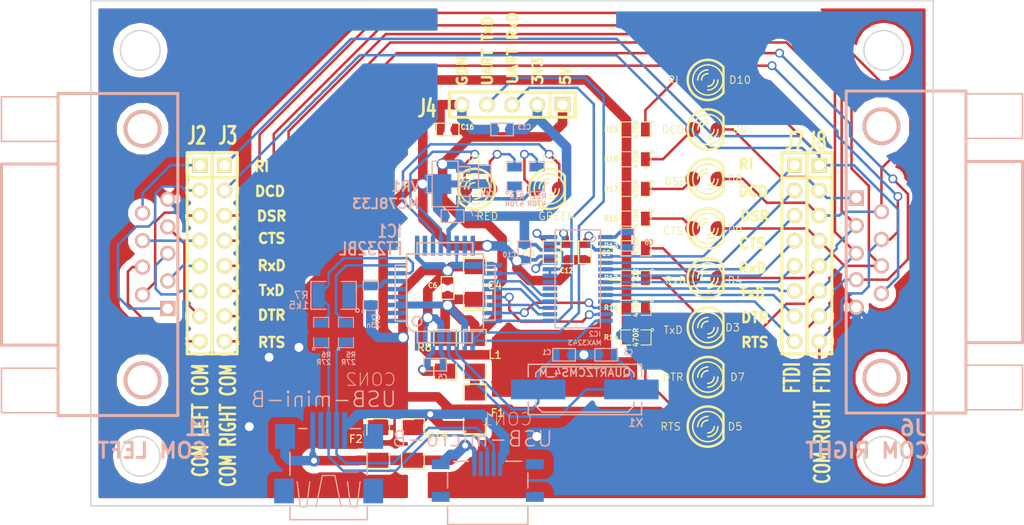
<source format=kicad_pcb>
(kicad_pcb (version 3) (host pcbnew "(2013-jul-07)-stable")
  (layers (15 F.Cu signal) (0 B.Cu signal) (18 B.Paste user) (19 F.Paste user) (20 B.SilkS user) (21 F.SilkS user) (22 B.Mask user) (23 F.Mask user) (28 Edge.Cuts user))
  (net 0 "")
  (net 1 +3.3V)
  (net 2 +5V)
  (net 3 /AVCC)
  (net 4 "/CTS COM")
  (net 5 "/CTS COM LEFT")
  (net 6 /D+)
  (net 7 /D++)
  (net 8 /D-)
  (net 9 /D--)
  (net 10 "/DCD COM")
  (net 11 "/DCD COM LEFT")
  (net 12 "/DSR COM")
  (net 13 "/DSR COM LEFT")
  (net 14 "/DTR COM")
  (net 15 "/DTR COM LEFT")
  (net 16 "/RI COM")
  (net 17 "/RI COM LEFT")
  (net 18 "/RST COM")
  (net 19 "/RST COM LEFT")
  (net 20 "/RX LED")
  (net 21 "/Rin: CTS")
  (net 22 "/Rin: DCD")
  (net 23 "/Rin: DSR")
  (net 24 "/Rin: RI")
  (net 25 "/Rin: RxD")
  (net 26 "/Rout: CTS")
  (net 27 "/Rout: DCD")
  (net 28 "/Rout: DSR")
  (net 29 "/Rout: RI")
  (net 30 "/Rout: RxD")
  (net 31 "/RxD COM")
  (net 32 "/RxD COM LEFT")
  (net 33 "/TX LED")
  (net 34 "/Tin: DTR")
  (net 35 "/Tin: RST")
  (net 36 "/Tin: TxD")
  (net 37 "/Tout: DTR")
  (net 38 "/Tout: RST")
  (net 39 "/Tout: TxD")
  (net 40 "/TxD COM")
  (net 41 "/TxD COM LEFT")
  (net 42 /XTIN)
  (net 43 /XTOUT)
  (net 44 GND)
  (net 45 N-000001)
  (net 46 N-0000010)
  (net 47 N-0000011)
  (net 48 N-0000012)
  (net 49 N-0000013)
  (net 50 N-0000014)
  (net 51 N-0000015)
  (net 52 N-0000016)
  (net 53 N-000002)
  (net 54 N-000003)
  (net 55 N-0000034)
  (net 56 N-0000038)
  (net 57 N-0000039)
  (net 58 N-000004)
  (net 59 N-000005)
  (net 60 N-0000057)
  (net 61 N-000006)
  (net 62 N-000007)
  (net 63 N-000008)
  (net 64 N-000009)
  (module usb-mini-B-2 (layer B.Cu) (at 160 75.5 90)
    (fp_text reference CON2 (at 8.25 4.25 360) (layer B.SilkS) (effects (font (size 1.27 1.27) (thickness 0.0889)) (justify mirror)))
    (fp_text value USB-mini-B (at 6.25 -0.5 180) (layer B.SilkS) (effects (font (size 1.524 1.524)) (justify mirror)))
    (pad 3 smd rect (at 3.1 0 90) (size 3.7 0.49784) (layers B.Cu B.Paste B.Mask) (net 6 /D+))
    (pad 2 smd rect (at 3.1 0.8 90) (size 3.7 0.49784) (layers B.Cu B.Paste B.Mask) (net 8 /D-))
    (pad 5 smd rect (at 3.1 -1.6 90) (size 3.7 0.49784) (layers B.Cu B.Paste B.Mask) (net 57 N-0000039))
    (pad 4 smd rect (at 3.1 -0.8 90) (size 3.7 0.49784) (layers B.Cu B.Paste B.Mask))
    (pad 7 smd rect (at -2.99974 -4.49834 90) (size 2.49936 1.99898) (layers B.Cu B.Paste B.Mask))
    (pad 8 smd rect (at -2.99974 4.49834 90) (size 2.49936 1.99898) (layers B.Cu B.Paste B.Mask))
    (pad 6 smd rect (at 2.49936 -4.39928 90) (size 2.49936 1.99898) (layers B.Cu B.Paste B.Mask) (net 57 N-0000039))
    (pad 9 smd rect (at 2.49936 4.49834 90) (size 2.49936 1.99898) (layers B.Cu B.Paste B.Mask))
    (pad 1 smd rect (at 3.1 1.6 90) (size 3.7 0.49784) (layers B.Cu B.Paste B.Mask) (net 60 N-0000057))
  )
  (module usb-micro-B (layer B.Cu) (at 176 79 90)
    (fp_text reference CON1 (at 7.75 2 360) (layer B.SilkS) (effects (font (size 1.27 1.27) (thickness 0.0889)) (justify mirror)))
    (fp_text value USB-micro-B (at 5.75 -1.5 360) (layer B.SilkS) (effects (font (size 1.524 1.524)) (justify mirror)))
    (pad 3 smd rect (at 3.25 0 90) (size 2.5 0.4) (layers B.Cu B.Paste B.Mask) (net 6 /D+))
    (pad 2 smd rect (at 3.25 0.65 90) (size 2.5 0.4) (layers B.Cu B.Paste B.Mask) (net 8 /D-))
    (pad 5 smd rect (at 3.25 -1.3 90) (size 2.5 0.4) (layers B.Cu B.Paste B.Mask) (net 57 N-0000039))
    (pad 4 smd rect (at 3.25 -0.65 90) (size 2.5 0.4) (layers B.Cu B.Paste B.Mask))
    (pad 1 smd rect (at 3.25 1.3 90) (size 2.5 0.4) (layers B.Cu B.Paste B.Mask) (net 60 N-0000057))
    (pad 6 smd rect (at 3.2 4.8 90) (size 1 1.8) (layers B.Cu B.Paste B.Mask))
    (pad 7 smd rect (at -0.1 4.8 90) (size 1 1.8) (layers B.Cu B.Paste B.Mask))
    (pad 8 smd rect (at 3.2 -4.7 90) (size 1 1.8) (layers B.Cu B.Paste B.Mask) (net 57 N-0000039))
    (pad 9 smd rect (at -0.1 -4.7 90) (size 1 1.8) (layers B.Cu B.Paste B.Mask))
  )
  (module sot89 (layer B.Cu) (at 171.75 47.5 270)
    (fp_text reference VR1 (at 0.25 4 540) (layer B.SilkS) (effects (font (size 1.00076 1.00076) (thickness 0.20066)) (justify mirror)))
    (fp_text value MC78L33 (at 2 6 540) (layer B.SilkS) (effects (font (size 1.00076 1.00076) (thickness 0.20066)) (justify mirror)))
    (pad 1 smd rect (at -1.50114 -1.89992 270) (size 0.70104 1.6002) (layers B.Cu B.Paste B.Mask) (net 2 +5V))
    (pad 2 smd rect (at 0 -1.651 270) (size 0.70104 2.10058) (layers B.Cu B.Paste B.Mask) (net 44 GND))
    (pad 3 smd rect (at 1.50114 -1.89992 270) (size 0.70104 1.6002) (layers B.Cu B.Paste B.Mask) (net 1 +3.3V))
    (pad 2 smd rect (at 0 0.7493 270) (size 1.99898 2.75082) (layers B.Cu B.Paste B.Mask) (net 44 GND))
  )
  (module SM1206 (layer F.Cu) (at 174.75 70.25 90)
    (fp_text reference F1 (at -0.362 2.288 180) (layer F.SilkS) (effects (font (size 0.762 0.762) (thickness 0.127))))
    (fp_text value 500mA hide)
    (pad 1 smd rect (at -1.651 0 90) (size 1.524 2.032) (layers F.Cu F.Paste F.Mask) (net 60 N-0000057))
    (pad 2 smd rect (at 1.651 0 90) (size 1.524 2.032) (layers F.Cu F.Paste F.Mask) (net 56 N-0000038))
  )
  (module SM0805 (layer B.Cu) (at 161.75 62.5 90)
    (fp_text reference R5 (at -2.25 0.5 180) (layer B.SilkS) (effects (font (size 0.50038 0.50038) (thickness 0.10922)) (justify mirror)))
    (fp_text value 27R (at -3 0.25 180) (layer B.SilkS) (effects (font (size 0.50038 0.50038) (thickness 0.10922)) (justify mirror)))
    (pad 1 smd rect (at -0.9525 0 90) (size 0.889 1.397) (layers B.Cu B.Paste B.Mask) (net 8 /D-))
    (pad 2 smd rect (at 0.9525 0 90) (size 0.889 1.397) (layers B.Cu B.Paste B.Mask) (net 9 /D--))
  )
  (module SM0805 (layer B.Cu) (at 159.25 62.5 90)
    (fp_text reference R6 (at -2.25 0.5 180) (layer B.SilkS) (effects (font (size 0.50038 0.50038) (thickness 0.10922)) (justify mirror)))
    (fp_text value 27R (at -3 0.25 180) (layer B.SilkS) (effects (font (size 0.50038 0.50038) (thickness 0.10922)) (justify mirror)))
    (pad 1 smd rect (at -0.9525 0 90) (size 0.889 1.397) (layers B.Cu B.Paste B.Mask) (net 6 /D+))
    (pad 2 smd rect (at 0.9525 0 90) (size 0.889 1.397) (layers B.Cu B.Paste B.Mask) (net 7 /D++))
  )
  (module SM0805 (layer F.Cu) (at 191 42 180)
    (fp_text reference R19 (at 2.5 0 180) (layer F.SilkS) (effects (font (size 0.50038 0.50038) (thickness 0.10922))))
    (fp_text value 470R (at 0 0 270) (layer F.SilkS) (effects (font (size 0.50038 0.50038) (thickness 0.10922))))
    (pad 1 smd rect (at -0.9525 0 180) (size 0.889 1.397) (layers F.Cu F.Paste F.Mask) (net 49 N-0000013))
    (pad 2 smd rect (at 0.9525 0 180) (size 0.889 1.397) (layers F.Cu F.Paste F.Mask) (net 44 GND))
  )
  (module SM0805 (layer F.Cu) (at 191 45 180)
    (fp_text reference R18 (at 2.5 0 180) (layer F.SilkS) (effects (font (size 0.50038 0.50038) (thickness 0.10922))))
    (fp_text value 470R (at 0 0 270) (layer F.SilkS) (effects (font (size 0.50038 0.50038) (thickness 0.10922))))
    (pad 1 smd rect (at -0.9525 0 180) (size 0.889 1.397) (layers F.Cu F.Paste F.Mask) (net 50 N-0000014))
    (pad 2 smd rect (at 0.9525 0 180) (size 0.889 1.397) (layers F.Cu F.Paste F.Mask) (net 44 GND))
  )
  (module SM0805 (layer F.Cu) (at 191 48 180)
    (fp_text reference R17 (at 2.5 0 180) (layer F.SilkS) (effects (font (size 0.50038 0.50038) (thickness 0.10922))))
    (fp_text value 470R (at 0 0 270) (layer F.SilkS) (effects (font (size 0.50038 0.50038) (thickness 0.10922))))
    (pad 1 smd rect (at -0.9525 0 180) (size 0.889 1.397) (layers F.Cu F.Paste F.Mask) (net 51 N-0000015))
    (pad 2 smd rect (at 0.9525 0 180) (size 0.889 1.397) (layers F.Cu F.Paste F.Mask) (net 44 GND))
  )
  (module SM0805 (layer F.Cu) (at 191 51 180)
    (fp_text reference R15 (at 2.5 0 180) (layer F.SilkS) (effects (font (size 0.50038 0.50038) (thickness 0.10922))))
    (fp_text value 470R (at 0 0 270) (layer F.SilkS) (effects (font (size 0.50038 0.50038) (thickness 0.10922))))
    (pad 1 smd rect (at -0.9525 0 180) (size 0.889 1.397) (layers F.Cu F.Paste F.Mask) (net 61 N-000006))
    (pad 2 smd rect (at 0.9525 0 180) (size 0.889 1.397) (layers F.Cu F.Paste F.Mask) (net 44 GND))
  )
  (module SM0805 (layer F.Cu) (at 191 60 180)
    (fp_text reference R16 (at 2.5 0 180) (layer F.SilkS) (effects (font (size 0.50038 0.50038) (thickness 0.10922))))
    (fp_text value 470R (at 0 0 270) (layer F.SilkS) (effects (font (size 0.50038 0.50038) (thickness 0.10922))))
    (pad 1 smd rect (at -0.9525 0 180) (size 0.889 1.397) (layers F.Cu F.Paste F.Mask) (net 52 N-0000016))
    (pad 2 smd rect (at 0.9525 0 180) (size 0.889 1.397) (layers F.Cu F.Paste F.Mask) (net 44 GND))
  )
  (module SM0603 (layer B.Cu) (at 183.75 64.75)
    (fp_text reference C1 (at -1.75 -0.25) (layer B.SilkS) (effects (font (size 0.508 0.4572) (thickness 0.1143)) (justify mirror)))
    (fp_text value 27p hide)
    (pad 1 smd rect (at -0.762 0) (size 0.635 1.143) (layers B.Cu B.Paste B.Mask) (net 42 /XTIN))
    (pad 2 smd rect (at 0.762 0) (size 0.635 1.143) (layers B.Cu B.Paste B.Mask) (net 44 GND))
  )
  (module SM0603 (layer F.Cu) (at 172 58 270)
    (fp_text reference C6 (at -0.25 1.5 360) (layer F.SilkS) (effects (font (size 0.508 0.4572) (thickness 0.1143))))
    (fp_text value 100n hide)
    (pad 1 smd rect (at -0.762 0 270) (size 0.635 1.143) (layers F.Cu F.Paste F.Mask) (net 44 GND))
    (pad 2 smd rect (at 0.762 0 270) (size 0.635 1.143) (layers F.Cu F.Paste F.Mask) (net 2 +5V))
  )
  (module Q_49U3HMS (layer B.Cu) (at 185.85 68.25)
    (fp_text reference X1 (at 5.126524 3.358757) (layer B.SilkS) (effects (font (size 0.8 0.8)) (justify mirror)))
    (fp_text value QUARTZCMS4_M (at 0 -1.7) (layer B.SilkS) (effects (font (size 0.8 0.8)) (justify mirror)))
    (pad 1 smd rect (at -4.699 0) (size 5.4991 1.99898) (layers B.Cu B.Paste B.Mask) (net 42 /XTIN))
    (pad 2 smd rect (at 4.699 0) (size 5.4991 1.99898) (layers B.Cu B.Paste B.Mask) (net 43 /XTOUT))
  )
  (module LED-3MM-SMD (layer F.Cu) (at 198 57)
    (fp_text reference D4 (at 3 0.25) (layer F.SilkS) (effects (font (size 0.762 0.762) (thickness 0.0889))))
    (fp_text value RxD (at -3 0.25) (layer F.SilkS) (effects (font (size 0.762 0.762) (thickness 0.0889))))
    (pad 1 smd circle (at -1.27 0) (size 1.5 1.5) (layers F.Cu F.Paste F.Mask) (net 54 N-000003))
    (pad 2 smd circle (at 1.27 0) (size 1.5 1.5) (layers F.Cu F.Paste F.Mask) (net 31 "/RxD COM"))
  )
  (module LED-3MM-SMD (layer F.Cu) (at 198 37)
    (fp_text reference D10 (at 3.5 0) (layer F.SilkS) (effects (font (size 0.762 0.762) (thickness 0.0889))))
    (fp_text value RI (at -3.25 0) (layer F.SilkS) (effects (font (size 0.762 0.762) (thickness 0.0889))))
    (pad 1 smd circle (at -1.27 0) (size 1.5 1.5) (layers F.Cu F.Paste F.Mask) (net 49 N-0000013))
    (pad 2 smd circle (at 1.27 0) (size 1.5 1.5) (layers F.Cu F.Paste F.Mask) (net 16 "/RI COM"))
  )
  (module LED-3MM-SMD (layer F.Cu) (at 198 42)
    (fp_text reference D9 (at 3.5 0) (layer F.SilkS) (effects (font (size 0.762 0.762) (thickness 0.0889))))
    (fp_text value DCD (at -3.25 0) (layer F.SilkS) (effects (font (size 0.762 0.762) (thickness 0.0889))))
    (pad 1 smd circle (at -1.27 0) (size 1.5 1.5) (layers F.Cu F.Paste F.Mask) (net 50 N-0000014))
    (pad 2 smd circle (at 1.27 0) (size 1.5 1.5) (layers F.Cu F.Paste F.Mask) (net 10 "/DCD COM"))
  )
  (module LED-3MM-SMD (layer F.Cu) (at 198 47)
    (fp_text reference D8 (at 3 0) (layer F.SilkS) (effects (font (size 0.762 0.762) (thickness 0.0889))))
    (fp_text value DSR (at -3 0.25) (layer F.SilkS) (effects (font (size 0.762 0.762) (thickness 0.0889))))
    (pad 1 smd circle (at -1.27 0) (size 1.5 1.5) (layers F.Cu F.Paste F.Mask) (net 51 N-0000015))
    (pad 2 smd circle (at 1.27 0) (size 1.5 1.5) (layers F.Cu F.Paste F.Mask) (net 12 "/DSR COM"))
  )
  (module LED-3MM-SMD (layer F.Cu) (at 198 67)
    (fp_text reference D7 (at 3.25 0) (layer F.SilkS) (effects (font (size 0.762 0.762) (thickness 0.0889))))
    (fp_text value DTR (at -3.25 0) (layer F.SilkS) (effects (font (size 0.762 0.762) (thickness 0.0889))))
    (pad 1 smd circle (at -1.27 0) (size 1.5 1.5) (layers F.Cu F.Paste F.Mask) (net 52 N-0000016))
    (pad 2 smd circle (at 1.27 0) (size 1.5 1.5) (layers F.Cu F.Paste F.Mask) (net 14 "/DTR COM"))
  )
  (module LED-3MM-SMD (layer F.Cu) (at 198 52)
    (fp_text reference D6 (at 3 0) (layer F.SilkS) (effects (font (size 0.762 0.762) (thickness 0.0889))))
    (fp_text value CTS (at -3.25 0.25) (layer F.SilkS) (effects (font (size 0.762 0.762) (thickness 0.0889))))
    (pad 1 smd circle (at -1.27 0) (size 1.5 1.5) (layers F.Cu F.Paste F.Mask) (net 61 N-000006))
    (pad 2 smd circle (at 1.27 0) (size 1.5 1.5) (layers F.Cu F.Paste F.Mask) (net 4 "/CTS COM"))
  )
  (module LED-3MM-SMD (layer F.Cu) (at 198 72)
    (fp_text reference D5 (at 3 0) (layer F.SilkS) (effects (font (size 0.762 0.762) (thickness 0.0889))))
    (fp_text value RTS (at -3.5 0) (layer F.SilkS) (effects (font (size 0.762 0.762) (thickness 0.0889))))
    (pad 1 smd circle (at -1.27 0) (size 1.5 1.5) (layers F.Cu F.Paste F.Mask) (net 53 N-000002))
    (pad 2 smd circle (at 1.27 0) (size 1.5 1.5) (layers F.Cu F.Paste F.Mask) (net 18 "/RST COM"))
  )
  (module LED-3MM-SMD (layer F.Cu) (at 198 62)
    (fp_text reference D3 (at 2.75 0) (layer F.SilkS) (effects (font (size 0.762 0.762) (thickness 0.0889))))
    (fp_text value TxD (at -3.25 0.25) (layer F.SilkS) (effects (font (size 0.762 0.762) (thickness 0.0889))))
    (pad 1 smd circle (at -1.27 0) (size 1.5 1.5) (layers F.Cu F.Paste F.Mask) (net 58 N-000004))
    (pad 2 smd circle (at 1.27 0) (size 1.5 1.5) (layers F.Cu F.Paste F.Mask) (net 40 "/TxD COM"))
  )
  (module DB9MC-v2 (layer B.Cu) (at 142.5 54.5 270)
    (fp_text reference J1 (at 17.636 -4.312 360) (layer B.SilkS) (effects (font (size 1.524 1.524) (thickness 0.3048)) (justify mirror)))
    (fp_text value "COM LEFT" (at 19.922 0.26 360) (layer B.SilkS) (effects (font (size 1.524 1.524) (thickness 0.3048)) (justify mirror)))
    (pad "" thru_hole circle (at 12.827 1.27 270) (size 3.81 3.81) (drill 3.048) (layers *.Cu *.Mask B.SilkS))
    (pad "" thru_hole circle (at -12.573 1.27 270) (size 3.81 3.81) (drill 3.048) (layers *.Cu *.Mask B.SilkS))
    (pad 1 thru_hole rect (at 5.588 -1.27 270) (size 1.524 1.524) (drill 1.016) (layers *.Cu *.Mask B.SilkS) (net 11 "/DCD COM LEFT"))
    (pad 2 thru_hole circle (at 2.794 -1.27 270) (size 1.524 1.524) (drill 1.016) (layers *.Cu *.Mask B.SilkS) (net 32 "/RxD COM LEFT"))
    (pad 3 thru_hole circle (at 0 -1.27 270) (size 1.524 1.524) (drill 1.016) (layers *.Cu *.Mask B.SilkS) (net 41 "/TxD COM LEFT"))
    (pad 4 thru_hole circle (at -2.667 -1.27 270) (size 1.524 1.524) (drill 1.016) (layers *.Cu *.Mask B.SilkS) (net 15 "/DTR COM LEFT"))
    (pad 5 thru_hole circle (at -5.461 -1.27 270) (size 1.524 1.524) (drill 1.016) (layers *.Cu *.Mask B.SilkS) (net 44 GND))
    (pad 9 thru_hole circle (at -4.064 1.27 270) (size 1.524 1.524) (drill 1.016) (layers *.Cu *.Mask B.SilkS) (net 17 "/RI COM LEFT"))
    (pad 8 thru_hole circle (at -1.27 1.27 270) (size 1.524 1.524) (drill 1.016) (layers *.Cu *.Mask B.SilkS) (net 5 "/CTS COM LEFT"))
    (pad 7 thru_hole circle (at 1.397 1.27 270) (size 1.524 1.524) (drill 1.016) (layers *.Cu *.Mask B.SilkS) (net 19 "/RST COM LEFT"))
    (pad 6 thru_hole circle (at 4.191 1.27 270) (size 1.524 1.524) (drill 1.016) (layers *.Cu *.Mask B.SilkS) (net 13 "/DSR COM LEFT"))
  )
  (module SM0603 (layer B.Cu) (at 175.75 46.75 90)
    (fp_text reference C14 (at -1.75 0.25 180) (layer B.SilkS) (effects (font (size 0.508 0.4572) (thickness 0.1143)) (justify mirror)))
    (fp_text value 100n hide)
    (pad 1 smd rect (at -0.762 0 90) (size 0.635 1.143) (layers B.Cu B.Paste B.Mask) (net 44 GND))
    (pad 2 smd rect (at 0.762 0 90) (size 0.635 1.143) (layers B.Cu B.Paste B.Mask) (net 2 +5V))
  )
  (module TQFP32 (layer B.Cu) (at 171.75 58.5)
    (fp_text reference IC1 (at -5.588 -6.223) (layer B.SilkS) (effects (font (size 1.27 1.016) (thickness 0.2032)) (justify mirror)))
    (fp_text value FT232BL (at -7.493 -4.445) (layer B.SilkS) (effects (font (size 1.27 1.016) (thickness 0.2032)) (justify mirror)))
    (pad 8 smd rect (at -4.81584 -2.77622) (size 1.99898 0.44958) (layers B.Cu B.Paste B.Mask) (net 9 /D--))
    (pad 7 smd rect (at -4.81584 -1.97612) (size 1.99898 0.44958) (layers B.Cu B.Paste B.Mask) (net 7 /D++))
    (pad 6 smd rect (at -4.81584 -1.17602) (size 1.99898 0.44958) (layers B.Cu B.Paste B.Mask) (net 55 N-0000034))
    (pad 5 smd rect (at -4.81584 -0.37592) (size 1.99898 0.44958) (layers B.Cu B.Paste B.Mask))
    (pad 4 smd rect (at -4.81584 0.42418) (size 1.99898 0.44958) (layers B.Cu B.Paste B.Mask))
    (pad 3 smd rect (at -4.81584 1.22428) (size 1.99898 0.44958) (layers B.Cu B.Paste B.Mask) (net 2 +5V))
    (pad 2 smd rect (at -4.81584 2.02438) (size 1.99898 0.44958) (layers B.Cu B.Paste B.Mask))
    (pad 1 smd rect (at -4.81584 2.82448) (size 1.99898 0.44958) (layers B.Cu B.Paste B.Mask))
    (pad 24 smd rect (at 4.7498 2.8194) (size 1.99898 0.44958) (layers B.Cu B.Paste B.Mask) (net 30 "/Rout: RxD"))
    (pad 17 smd rect (at 4.7498 -2.794) (size 1.99898 0.44958) (layers B.Cu B.Paste B.Mask) (net 44 GND))
    (pad 18 smd rect (at 4.7498 -1.9812) (size 1.99898 0.44958) (layers B.Cu B.Paste B.Mask) (net 29 "/Rout: RI"))
    (pad 19 smd rect (at 4.7498 -1.1684) (size 1.99898 0.44958) (layers B.Cu B.Paste B.Mask) (net 27 "/Rout: DCD"))
    (pad 20 smd rect (at 4.7498 -0.381) (size 1.99898 0.44958) (layers B.Cu B.Paste B.Mask) (net 28 "/Rout: DSR"))
    (pad 21 smd rect (at 4.7498 0.4318) (size 1.99898 0.44958) (layers B.Cu B.Paste B.Mask) (net 34 "/Tin: DTR"))
    (pad 22 smd rect (at 4.7498 1.2192) (size 1.99898 0.44958) (layers B.Cu B.Paste B.Mask) (net 26 "/Rout: CTS"))
    (pad 23 smd rect (at 4.7498 2.032) (size 1.99898 0.44958) (layers B.Cu B.Paste B.Mask) (net 35 "/Tin: RST"))
    (pad 32 smd rect (at -2.82448 4.826) (size 0.44958 1.99898) (layers B.Cu B.Paste B.Mask))
    (pad 31 smd rect (at -2.02692 4.826) (size 0.44958 1.99898) (layers B.Cu B.Paste B.Mask) (net 44 GND))
    (pad 30 smd rect (at -1.22428 4.826) (size 0.44958 1.99898) (layers B.Cu B.Paste B.Mask) (net 3 /AVCC))
    (pad 29 smd rect (at -0.42672 4.826) (size 0.44958 1.99898) (layers B.Cu B.Paste B.Mask) (net 44 GND))
    (pad 28 smd rect (at 0.37592 4.826) (size 0.44958 1.99898) (layers B.Cu B.Paste B.Mask) (net 43 /XTOUT))
    (pad 27 smd rect (at 1.17348 4.826) (size 0.44958 1.99898) (layers B.Cu B.Paste B.Mask) (net 42 /XTIN))
    (pad 26 smd rect (at 1.97612 4.826) (size 0.44958 1.99898) (layers B.Cu B.Paste B.Mask) (net 2 +5V))
    (pad 25 smd rect (at 2.77368 4.826) (size 0.44958 1.99898) (layers B.Cu B.Paste B.Mask) (net 36 "/Tin: TxD"))
    (pad 9 smd rect (at -2.8194 -4.7752) (size 0.44958 1.99898) (layers B.Cu B.Paste B.Mask) (net 44 GND))
    (pad 10 smd rect (at -2.032 -4.7752) (size 0.44958 1.99898) (layers B.Cu B.Paste B.Mask))
    (pad 11 smd rect (at -1.2192 -4.7752) (size 0.44958 1.99898) (layers B.Cu B.Paste B.Mask) (net 20 "/RX LED"))
    (pad 12 smd rect (at -0.4318 -4.7752) (size 0.44958 1.99898) (layers B.Cu B.Paste B.Mask) (net 33 "/TX LED"))
    (pad 13 smd rect (at 0.3556 -4.7752) (size 0.44958 1.99898) (layers B.Cu B.Paste B.Mask) (net 1 +3.3V))
    (pad 14 smd rect (at 1.1684 -4.7752) (size 0.44958 1.99898) (layers B.Cu B.Paste B.Mask) (net 44 GND))
    (pad 15 smd rect (at 1.9812 -4.7752) (size 0.44958 1.99898) (layers B.Cu B.Paste B.Mask))
    (pad 16 smd rect (at 2.794 -4.7752) (size 0.44958 1.99898) (layers B.Cu B.Paste B.Mask))
  )
  (module tssop-28 (layer B.Cu) (at 185.127 57.087 270)
    (fp_text reference IC2 (at 5.567 -1.732 360) (layer B.SilkS) (effects (font (size 0.50038 0.50038) (thickness 0.09906)) (justify mirror)))
    (fp_text value MAX3243 (at 6.456 -0.716 360) (layer B.SilkS) (effects (font (size 0.50038 0.50038) (thickness 0.09906)) (justify mirror)))
    (pad 7 smd rect (at -0.32512 -2.79908 270) (size 0.4191 1.47066) (layers B.Cu B.Paste B.Mask) (net 21 "/Rin: CTS"))
    (pad 8 smd rect (at 0.32512 -2.79908 270) (size 0.4191 1.47066) (layers B.Cu B.Paste B.Mask) (net 25 "/Rin: RxD"))
    (pad 9 smd rect (at 0.97536 -2.79908 270) (size 0.4191 1.47066) (layers B.Cu B.Paste B.Mask) (net 39 "/Tout: TxD"))
    (pad 10 smd rect (at 1.6256 -2.79908 270) (size 0.4191 1.47066) (layers B.Cu B.Paste B.Mask) (net 37 "/Tout: DTR"))
    (pad 25 smd rect (at -2.26568 2.794 270) (size 0.4191 1.47066) (layers B.Cu B.Paste B.Mask) (net 44 GND))
    (pad 4 smd rect (at -2.27584 -2.79908 270) (size 0.4191 1.47066) (layers B.Cu B.Paste B.Mask) (net 24 "/Rin: RI"))
    (pad 5 smd rect (at -1.6256 -2.79908 270) (size 0.4191 1.47066) (layers B.Cu B.Paste B.Mask) (net 22 "/Rin: DCD"))
    (pad 6 smd rect (at -0.97536 -2.79908 270) (size 0.4191 1.47066) (layers B.Cu B.Paste B.Mask) (net 23 "/Rin: DSR"))
    (pad 18 smd rect (at 2.27584 2.79908 270) (size 0.4191 1.47066) (layers B.Cu B.Paste B.Mask) (net 27 "/Rout: DCD"))
    (pad 19 smd rect (at 1.6256 2.79908 270) (size 0.4191 1.47066) (layers B.Cu B.Paste B.Mask) (net 29 "/Rout: RI"))
    (pad 20 smd rect (at 0.97536 2.79908 270) (size 0.4191 1.47066) (layers B.Cu B.Paste B.Mask))
    (pad 21 smd rect (at 0.32512 2.79908 270) (size 0.4191 1.47066) (layers B.Cu B.Paste B.Mask))
    (pad 22 smd rect (at -0.32512 2.79908 270) (size 0.4191 1.47066) (layers B.Cu B.Paste B.Mask) (net 1 +3.3V))
    (pad 23 smd rect (at -0.97536 2.79908 270) (size 0.4191 1.47066) (layers B.Cu B.Paste B.Mask) (net 1 +3.3V))
    (pad 11 smd rect (at 2.27584 -2.79908 270) (size 0.4191 1.47066) (layers B.Cu B.Paste B.Mask) (net 38 "/Tout: RST"))
    (pad 24 smd rect (at -1.6256 2.794 270) (size 0.4191 1.47066) (layers B.Cu B.Paste B.Mask) (net 59 N-000005))
    (pad 3 smd rect (at -2.92608 -2.79908 270) (size 0.4191 1.47066) (layers B.Cu B.Paste B.Mask) (net 62 N-000007))
    (pad 12 smd rect (at 2.92608 -2.79908 270) (size 0.4191 1.47066) (layers B.Cu B.Paste B.Mask) (net 35 "/Tin: RST"))
    (pad 17 smd rect (at 2.92608 2.79908 270) (size 0.4191 1.47066) (layers B.Cu B.Paste B.Mask) (net 28 "/Rout: DSR"))
    (pad 26 smd rect (at -2.92608 2.79908 270) (size 0.4191 1.47066) (layers B.Cu B.Paste B.Mask) (net 1 +3.3V))
    (pad 2 smd rect (at -3.57378 -2.79908 270) (size 0.4191 1.47066) (layers B.Cu B.Paste B.Mask) (net 63 N-000008))
    (pad 13 smd rect (at 3.57378 -2.79908 270) (size 0.4191 1.47066) (layers B.Cu B.Paste B.Mask) (net 34 "/Tin: DTR"))
    (pad 16 smd rect (at 3.57378 2.79908 270) (size 0.4191 1.47066) (layers B.Cu B.Paste B.Mask) (net 26 "/Rout: CTS"))
    (pad 27 smd rect (at -3.57378 2.79908 270) (size 0.4191 1.47066) (layers B.Cu B.Paste B.Mask) (net 46 N-0000010))
    (pad 1 smd rect (at -4.22402 -2.79908 270) (size 0.4191 1.47066) (layers B.Cu B.Paste B.Mask) (net 64 N-000009))
    (pad 14 smd rect (at 4.22402 -2.79908 270) (size 0.4191 1.47066) (layers B.Cu B.Paste B.Mask) (net 36 "/Tin: TxD"))
    (pad 15 smd rect (at 4.22402 2.79908 270) (size 0.4191 1.47066) (layers B.Cu B.Paste B.Mask) (net 30 "/Rout: RxD"))
    (pad 28 smd rect (at -4.22402 2.79908 270) (size 0.4191 1.47066) (layers B.Cu B.Paste B.Mask) (net 45 N-000001))
  )
  (module SM0603 (layer B.Cu) (at 188 64.75 180)
    (fp_text reference C3 (at -2.25 0.25 180) (layer B.SilkS) (effects (font (size 0.508 0.4572) (thickness 0.1143)) (justify mirror)))
    (fp_text value 27p hide)
    (pad 1 smd rect (at -0.762 0 180) (size 0.635 1.143) (layers B.Cu B.Paste B.Mask) (net 43 /XTOUT))
    (pad 2 smd rect (at 0.762 0 180) (size 0.635 1.143) (layers B.Cu B.Paste B.Mask) (net 44 GND))
  )
  (module SM0603 (layer B.Cu) (at 170.75 65.75 180)
    (fp_text reference C5 (at -0.75 -1.25 180) (layer B.SilkS) (effects (font (size 0.508 0.4572) (thickness 0.1143)) (justify mirror)))
    (fp_text value 100n hide)
    (pad 1 smd rect (at -0.762 0 180) (size 0.635 1.143) (layers B.Cu B.Paste B.Mask) (net 44 GND))
    (pad 2 smd rect (at 0.762 0 180) (size 0.635 1.143) (layers B.Cu B.Paste B.Mask) (net 3 /AVCC))
  )
  (module SM1206POL (layer F.Cu) (at 174.75 57.5 90)
    (fp_text reference C4 (at -0.25 2 180) (layer F.SilkS) (effects (font (size 0.762 0.762) (thickness 0.127))))
    (fp_text value 10u hide)
    (pad 1 smd rect (at -1.651 0 90) (size 1.524 2.032) (layers F.Cu F.Paste F.Mask) (net 2 +5V))
    (pad 2 smd rect (at 1.651 0 90) (size 1.524 2.032) (layers F.Cu F.Paste F.Mask) (net 44 GND))
  )
  (module SM0603 (layer F.Cu) (at 184.065 54.399 270)
    (fp_text reference C12 (at 1.851 0.065 360) (layer F.SilkS) (effects (font (size 0.508 0.4572) (thickness 0.1143))))
    (fp_text value 100n hide)
    (pad 1 smd rect (at -0.762 0 270) (size 0.635 1.143) (layers F.Cu F.Paste F.Mask) (net 46 N-0000010))
    (pad 2 smd rect (at 0.762 0 270) (size 0.635 1.143) (layers F.Cu F.Paste F.Mask) (net 44 GND))
  )
  (module SM0603 (layer F.Cu) (at 185.843 54.399 90)
    (fp_text reference C9 (at -0.101 2.157 180) (layer F.SilkS) (effects (font (size 0.508 0.4572) (thickness 0.1143))))
    (fp_text value 100n hide)
    (pad 1 smd rect (at -0.762 0 90) (size 0.635 1.143) (layers F.Cu F.Paste F.Mask) (net 44 GND))
    (pad 2 smd rect (at 0.762 0 90) (size 0.635 1.143) (layers F.Cu F.Paste F.Mask) (net 62 N-000007))
  )
  (module SM0603 (layer B.Cu) (at 190.161 53.129 90)
    (fp_text reference C8 (at -0.254 2.159 180) (layer B.SilkS) (effects (font (size 0.508 0.4572) (thickness 0.1143)) (justify mirror)))
    (fp_text value 100n hide)
    (pad 1 smd rect (at -0.762 0 90) (size 0.635 1.143) (layers B.Cu B.Paste B.Mask) (net 63 N-000008))
    (pad 2 smd rect (at 0.762 0 90) (size 0.635 1.143) (layers B.Cu B.Paste B.Mask) (net 64 N-000009))
  )
  (module SM0603 (layer F.Cu) (at 182.287 54.399 270)
    (fp_text reference C11 (at 0.101 2.037 360) (layer F.SilkS) (effects (font (size 0.508 0.4572) (thickness 0.1143))))
    (fp_text value 100n hide)
    (pad 1 smd rect (at -0.762 0 270) (size 0.635 1.143) (layers F.Cu F.Paste F.Mask) (net 45 N-000001))
    (pad 2 smd rect (at 0.762 0 270) (size 0.635 1.143) (layers F.Cu F.Paste F.Mask) (net 59 N-000005))
  )
  (module SM0603 (layer B.Cu) (at 172.5 50.75)
    (fp_text reference C7 (at 2.25 -0.25) (layer B.SilkS) (effects (font (size 0.508 0.4572) (thickness 0.1143)) (justify mirror)))
    (fp_text value 100n hide)
    (pad 1 smd rect (at -0.762 0) (size 0.635 1.143) (layers B.Cu B.Paste B.Mask) (net 44 GND))
    (pad 2 smd rect (at 0.762 0) (size 0.635 1.143) (layers B.Cu B.Paste B.Mask) (net 1 +3.3V))
  )
  (module SM0603 (layer B.Cu) (at 179.747 54.399 270)
    (fp_text reference C10 (at 0.254 1.524 360) (layer B.SilkS) (effects (font (size 0.508 0.4572) (thickness 0.1143)) (justify mirror)))
    (fp_text value 100n hide)
    (pad 1 smd rect (at -0.762 0 270) (size 0.635 1.143) (layers B.Cu B.Paste B.Mask) (net 1 +3.3V))
    (pad 2 smd rect (at 0.762 0 270) (size 0.635 1.143) (layers B.Cu B.Paste B.Mask) (net 44 GND))
  )
  (module DB9MC-v2 (layer B.Cu) (at 214.5 54.5 90)
    (fp_text reference J6 (at -17.636 4.448 180) (layer B.SilkS) (effects (font (size 1.524 1.524) (thickness 0.3048)) (justify mirror)))
    (fp_text value "COM RIGHT" (at -19.922 -0.124 180) (layer B.SilkS) (effects (font (size 1.524 1.524) (thickness 0.3048)) (justify mirror)))
    (pad "" thru_hole circle (at 12.827 1.27 90) (size 3.81 3.81) (drill 3.048) (layers *.Cu *.Mask B.SilkS))
    (pad "" thru_hole circle (at -12.573 1.27 90) (size 3.81 3.81) (drill 3.048) (layers *.Cu *.Mask B.SilkS))
    (pad 1 thru_hole rect (at 5.588 -1.27 90) (size 1.524 1.524) (drill 1.016) (layers *.Cu *.Mask B.SilkS) (net 10 "/DCD COM"))
    (pad 2 thru_hole circle (at 2.794 -1.27 90) (size 1.524 1.524) (drill 1.016) (layers *.Cu *.Mask B.SilkS) (net 31 "/RxD COM"))
    (pad 3 thru_hole circle (at 0 -1.27 90) (size 1.524 1.524) (drill 1.016) (layers *.Cu *.Mask B.SilkS) (net 40 "/TxD COM"))
    (pad 4 thru_hole circle (at -2.667 -1.27 90) (size 1.524 1.524) (drill 1.016) (layers *.Cu *.Mask B.SilkS) (net 14 "/DTR COM"))
    (pad 5 thru_hole circle (at -5.461 -1.27 90) (size 1.524 1.524) (drill 1.016) (layers *.Cu *.Mask B.SilkS) (net 44 GND))
    (pad 9 thru_hole circle (at -4.064 1.27 90) (size 1.524 1.524) (drill 1.016) (layers *.Cu *.Mask B.SilkS) (net 16 "/RI COM"))
    (pad 8 thru_hole circle (at -1.27 1.27 90) (size 1.524 1.524) (drill 1.016) (layers *.Cu *.Mask B.SilkS) (net 4 "/CTS COM"))
    (pad 7 thru_hole circle (at 1.397 1.27 90) (size 1.524 1.524) (drill 1.016) (layers *.Cu *.Mask B.SilkS) (net 18 "/RST COM"))
    (pad 6 thru_hole circle (at 4.191 1.27 90) (size 1.524 1.524) (drill 1.016) (layers *.Cu *.Mask B.SilkS) (net 12 "/DSR COM"))
  )
  (module SIL-8_bigger_hole (layer F.Cu) (at 207 54.5 270)
    (fp_text reference J7 (at -11.32 -0.01 360) (layer F.SilkS) (effects (font (size 1.72974 1.08712) (thickness 0.27178))))
    (fp_text value FTDI (at 12.556 0.244 270) (layer F.SilkS) (effects (font (size 1.524 1.016) (thickness 0.254))))
    (pad 1 thru_hole rect (at -8.89 0 270) (size 1.5 1.5) (drill 1) (layers *.Cu *.Mask F.SilkS) (net 24 "/Rin: RI"))
    (pad 2 thru_hole circle (at -6.35 0 270) (size 1.55 1.55) (drill 1) (layers *.Cu *.Mask F.SilkS) (net 22 "/Rin: DCD"))
    (pad 3 thru_hole circle (at -3.81 0 270) (size 1.55 1.55) (drill 1) (layers *.Cu *.Mask F.SilkS) (net 23 "/Rin: DSR"))
    (pad 4 thru_hole circle (at -1.27 0 270) (size 1.55 1.55) (drill 1) (layers *.Cu *.Mask F.SilkS) (net 21 "/Rin: CTS"))
    (pad 5 thru_hole circle (at 1.27 0 270) (size 1.55 1.55) (drill 1) (layers *.Cu *.Mask F.SilkS) (net 25 "/Rin: RxD"))
    (pad 6 thru_hole circle (at 3.81 0 270) (size 1.55 1.55) (drill 1) (layers *.Cu *.Mask F.SilkS) (net 39 "/Tout: TxD"))
    (pad 7 thru_hole circle (at 6.35 0 270) (size 1.55 1.55) (drill 1) (layers *.Cu *.Mask F.SilkS) (net 37 "/Tout: DTR"))
    (pad 8 thru_hole circle (at 8.89 0 270) (size 1.55 1.55) (drill 1) (layers *.Cu *.Mask F.SilkS) (net 38 "/Tout: RST"))
  )
  (module SIL-8_bigger_hole (layer F.Cu) (at 149.5 54.5 270)
    (fp_text reference J3 (at -11.87816 -0.3318 360) (layer F.SilkS) (effects (font (size 1.72974 1.08712) (thickness 0.27178))))
    (fp_text value "COM RIGHT COM" (at 17.382 -0.36 270) (layer F.SilkS) (effects (font (size 1.524 1.016) (thickness 0.254))))
    (pad 1 thru_hole rect (at -8.89 0 270) (size 1.5 1.5) (drill 1) (layers *.Cu *.Mask F.SilkS) (net 16 "/RI COM"))
    (pad 2 thru_hole circle (at -6.35 0 270) (size 1.55 1.55) (drill 1) (layers *.Cu *.Mask F.SilkS) (net 10 "/DCD COM"))
    (pad 3 thru_hole circle (at -3.81 0 270) (size 1.55 1.55) (drill 1) (layers *.Cu *.Mask F.SilkS) (net 12 "/DSR COM"))
    (pad 4 thru_hole circle (at -1.27 0 270) (size 1.55 1.55) (drill 1) (layers *.Cu *.Mask F.SilkS) (net 4 "/CTS COM"))
    (pad 5 thru_hole circle (at 1.27 0 270) (size 1.55 1.55) (drill 1) (layers *.Cu *.Mask F.SilkS) (net 31 "/RxD COM"))
    (pad 6 thru_hole circle (at 3.81 0 270) (size 1.55 1.55) (drill 1) (layers *.Cu *.Mask F.SilkS) (net 40 "/TxD COM"))
    (pad 7 thru_hole circle (at 6.35 0 270) (size 1.55 1.55) (drill 1) (layers *.Cu *.Mask F.SilkS) (net 14 "/DTR COM"))
    (pad 8 thru_hole circle (at 8.89 0 270) (size 1.55 1.55) (drill 1) (layers *.Cu *.Mask F.SilkS) (net 18 "/RST COM"))
  )
  (module SIL-8_bigger_hole (layer F.Cu) (at 147 54.5 270)
    (fp_text reference J2 (at -11.87816 0.29748 360) (layer F.SilkS) (effects (font (size 1.72974 1.08712) (thickness 0.27178))))
    (fp_text value "COM LEFT COM" (at 16.874 -0.066 270) (layer F.SilkS) (effects (font (size 1.524 1.016) (thickness 0.254))))
    (pad 1 thru_hole rect (at -8.89 0 270) (size 1.5 1.5) (drill 1) (layers *.Cu *.Mask F.SilkS) (net 17 "/RI COM LEFT"))
    (pad 2 thru_hole circle (at -6.35 0 270) (size 1.55 1.55) (drill 1) (layers *.Cu *.Mask F.SilkS) (net 11 "/DCD COM LEFT"))
    (pad 3 thru_hole circle (at -3.81 0 270) (size 1.55 1.55) (drill 1) (layers *.Cu *.Mask F.SilkS) (net 13 "/DSR COM LEFT"))
    (pad 4 thru_hole circle (at -1.27 0 270) (size 1.55 1.55) (drill 1) (layers *.Cu *.Mask F.SilkS) (net 5 "/CTS COM LEFT"))
    (pad 5 thru_hole circle (at 1.27 0 270) (size 1.55 1.55) (drill 1) (layers *.Cu *.Mask F.SilkS) (net 32 "/RxD COM LEFT"))
    (pad 6 thru_hole circle (at 3.81 0 270) (size 1.55 1.55) (drill 1) (layers *.Cu *.Mask F.SilkS) (net 41 "/TxD COM LEFT"))
    (pad 7 thru_hole circle (at 6.35 0 270) (size 1.55 1.55) (drill 1) (layers *.Cu *.Mask F.SilkS) (net 15 "/DTR COM LEFT"))
    (pad 8 thru_hole circle (at 8.89 0 270) (size 1.55 1.55) (drill 1) (layers *.Cu *.Mask F.SilkS) (net 19 "/RST COM LEFT"))
  )
  (module SIL-8_bigger_hole (layer F.Cu) (at 209.5 54.5 270)
    (fp_text reference J8 (at -11.32 0.204 360) (layer F.SilkS) (effects (font (size 1.72974 1.08712) (thickness 0.27178))))
    (fp_text value "COM RIGHT FTDI" (at 17.128 -0.304 270) (layer F.SilkS) (effects (font (size 1.524 1.016) (thickness 0.254))))
    (pad 1 thru_hole rect (at -8.89 0 270) (size 1.5 1.5) (drill 1) (layers *.Cu *.Mask F.SilkS) (net 16 "/RI COM"))
    (pad 2 thru_hole circle (at -6.35 0 270) (size 1.55 1.55) (drill 1) (layers *.Cu *.Mask F.SilkS) (net 10 "/DCD COM"))
    (pad 3 thru_hole circle (at -3.81 0 270) (size 1.55 1.55) (drill 1) (layers *.Cu *.Mask F.SilkS) (net 12 "/DSR COM"))
    (pad 4 thru_hole circle (at -1.27 0 270) (size 1.55 1.55) (drill 1) (layers *.Cu *.Mask F.SilkS) (net 4 "/CTS COM"))
    (pad 5 thru_hole circle (at 1.27 0 270) (size 1.55 1.55) (drill 1) (layers *.Cu *.Mask F.SilkS) (net 31 "/RxD COM"))
    (pad 6 thru_hole circle (at 3.81 0 270) (size 1.55 1.55) (drill 1) (layers *.Cu *.Mask F.SilkS) (net 40 "/TxD COM"))
    (pad 7 thru_hole circle (at 6.35 0 270) (size 1.55 1.55) (drill 1) (layers *.Cu *.Mask F.SilkS) (net 14 "/DTR COM"))
    (pad 8 thru_hole circle (at 8.89 0 270) (size 1.55 1.55) (drill 1) (layers *.Cu *.Mask F.SilkS) (net 18 "/RST COM"))
  )
  (module SIL-5_bigger_holes (layer F.Cu) (at 177.25 39.5 180)
    (fp_text reference J4 (at 7.324 -0.378 180) (layer F.SilkS) (effects (font (size 1.72974 1.08712) (thickness 0.3048))))
    (fp_text value UART hide)
    (pad 1 thru_hole rect (at -6.35 0 180) (size 1.55 1.55) (drill 1) (layers *.Cu *.Mask F.SilkS) (net 2 +5V))
    (pad 2 thru_hole circle (at -3.81 0 180) (size 1.55 1.55) (drill 1) (layers *.Cu *.Mask F.SilkS) (net 1 +3.3V))
    (pad 3 thru_hole circle (at -1.27 0 180) (size 1.55 1.55) (drill 1) (layers *.Cu *.Mask F.SilkS) (net 30 "/Rout: RxD"))
    (pad 4 thru_hole circle (at 1.27 0 180) (size 1.55 1.55) (drill 1) (layers *.Cu *.Mask F.SilkS) (net 36 "/Tin: TxD"))
    (pad 5 thru_hole circle (at 3.81 0 180) (size 1.55 1.55) (drill 1) (layers *.Cu *.Mask F.SilkS) (net 44 GND))
  )
  (module SM0805 (layer F.Cu) (at 191 63 180)
    (fp_text reference R14 (at 2.5 0 180) (layer F.SilkS) (effects (font (size 0.50038 0.50038) (thickness 0.10922))))
    (fp_text value 470R (at 0 0 270) (layer F.SilkS) (effects (font (size 0.50038 0.50038) (thickness 0.10922))))
    (pad 1 smd rect (at -0.9525 0 180) (size 0.889 1.397) (layers F.Cu F.Paste F.Mask) (net 53 N-000002))
    (pad 2 smd rect (at 0.9525 0 180) (size 0.889 1.397) (layers F.Cu F.Paste F.Mask) (net 44 GND))
  )
  (module SM0805 (layer F.Cu) (at 191 54 180)
    (fp_text reference R13 (at 2.5 0.25 180) (layer F.SilkS) (effects (font (size 0.50038 0.50038) (thickness 0.10922))))
    (fp_text value 470R (at 0 0.25 270) (layer F.SilkS) (effects (font (size 0.50038 0.50038) (thickness 0.10922))))
    (pad 1 smd rect (at -0.9525 0 180) (size 0.889 1.397) (layers F.Cu F.Paste F.Mask) (net 54 N-000003))
    (pad 2 smd rect (at 0.9525 0 180) (size 0.889 1.397) (layers F.Cu F.Paste F.Mask) (net 44 GND))
  )
  (module SM0805 (layer F.Cu) (at 191 57 180)
    (fp_text reference R12 (at 2.5 0 180) (layer F.SilkS) (effects (font (size 0.50038 0.50038) (thickness 0.10922))))
    (fp_text value 470R (at 0 0 270) (layer F.SilkS) (effects (font (size 0.50038 0.50038) (thickness 0.10922))))
    (pad 1 smd rect (at -0.9525 0 180) (size 0.889 1.397) (layers F.Cu F.Paste F.Mask) (net 58 N-000004))
    (pad 2 smd rect (at 0.9525 0 180) (size 0.889 1.397) (layers F.Cu F.Paste F.Mask) (net 44 GND))
  )
  (module SM0805 (layer B.Cu) (at 181 46.75 90)
    (fp_text reference R11 (at -2 0.25 180) (layer B.SilkS) (effects (font (size 0.50038 0.50038) (thickness 0.10922)) (justify mirror)))
    (fp_text value 470R (at -2.75 0 180) (layer B.SilkS) (effects (font (size 0.50038 0.50038) (thickness 0.10922)) (justify mirror)))
    (pad 1 smd rect (at -0.9525 0 90) (size 0.889 1.397) (layers B.Cu B.Paste B.Mask) (net 1 +3.3V))
    (pad 2 smd rect (at 0.9525 0 90) (size 0.889 1.397) (layers B.Cu B.Paste B.Mask) (net 47 N-0000011))
  )
  (module SM0805 (layer B.Cu) (at 178.75 46.75 90)
    (fp_text reference R10 (at -2 0.25 180) (layer B.SilkS) (effects (font (size 0.50038 0.50038) (thickness 0.10922)) (justify mirror)))
    (fp_text value 470R (at -2.75 0 180) (layer B.SilkS) (effects (font (size 0.50038 0.50038) (thickness 0.10922)) (justify mirror)))
    (pad 1 smd rect (at -0.9525 0 90) (size 0.889 1.397) (layers B.Cu B.Paste B.Mask) (net 1 +3.3V))
    (pad 2 smd rect (at 0.9525 0 90) (size 0.889 1.397) (layers B.Cu B.Paste B.Mask) (net 48 N-0000012))
  )
  (module SM0805 (layer B.Cu) (at 164.25 58.75 90)
    (fp_text reference C2 (at -2.25 0.5 180) (layer B.SilkS) (effects (font (size 0.50038 0.50038) (thickness 0.10922)) (justify mirror)))
    (fp_text value 33n (at -3 0.25 180) (layer B.SilkS) (effects (font (size 0.50038 0.50038) (thickness 0.10922)) (justify mirror)))
    (pad 1 smd rect (at -0.9525 0 90) (size 0.889 1.397) (layers B.Cu B.Paste B.Mask) (net 44 GND))
    (pad 2 smd rect (at 0.9525 0 90) (size 0.889 1.397) (layers B.Cu B.Paste B.Mask) (net 55 N-0000034))
  )
  (module SM1210 (layer B.Cu) (at 160.5 58.75 180)
    (fp_text reference R7 (at 3.25 0 180) (layer B.SilkS) (effects (font (size 0.762 0.762) (thickness 0.127)) (justify mirror)))
    (fp_text value 1k5 (at 3.5 -1 180) (layer B.SilkS) (effects (font (size 0.762 0.762) (thickness 0.127)) (justify mirror)))
    (pad 1 smd rect (at -1.524 0 180) (size 1.27 2.54) (layers B.Cu B.Paste B.Mask) (net 55 N-0000034))
    (pad 2 smd rect (at 1.524 0 180) (size 1.27 2.54) (layers B.Cu B.Paste B.Mask) (net 7 /D++))
  )
  (module SM1206 (layer F.Cu) (at 168.5 73.75 90)
    (fp_text reference C15 (at 0.75 2.5 180) (layer F.SilkS) (effects (font (size 0.762 0.762) (thickness 0.127))))
    (fp_text value 4n7 hide)
    (pad 1 smd rect (at -1.651 0 90) (size 1.524 2.032) (layers F.Cu F.Paste F.Mask) (net 57 N-0000039))
    (pad 2 smd rect (at 1.651 0 90) (size 1.524 2.032) (layers F.Cu F.Paste F.Mask) (net 60 N-0000057))
  )
  (module SM1206 (layer F.Cu) (at 171.75 64.75 270)
    (fp_text reference R8 (at -0.742 2.078 360) (layer F.SilkS) (effects (font (size 0.762 0.762) (thickness 0.127))))
    (fp_text value 470R hide)
    (pad 1 smd rect (at -1.651 0 270) (size 1.524 2.032) (layers F.Cu F.Paste F.Mask) (net 2 +5V))
    (pad 2 smd rect (at 1.651 0 270) (size 1.524 2.032) (layers F.Cu F.Paste F.Mask) (net 3 /AVCC))
  )
  (module SM1206 (layer F.Cu) (at 165 73.75 270)
    (fp_text reference F2 (at -0.5 2.25 360) (layer F.SilkS) (effects (font (size 0.762 0.762) (thickness 0.127))))
    (fp_text value 500mA hide)
    (pad 1 smd rect (at -1.651 0 270) (size 1.524 2.032) (layers F.Cu F.Paste F.Mask) (net 44 GND))
    (pad 2 smd rect (at 1.651 0 270) (size 1.524 2.032) (layers F.Cu F.Paste F.Mask) (net 57 N-0000039))
  )
  (module LED-3MM-SMD (layer F.Cu) (at 175 48 180)
    (fp_text reference D1 (at 0.25 3 180) (layer F.SilkS) (effects (font (size 0.762 0.762) (thickness 0.0889))))
    (fp_text value RED (at -1 -2.75 180) (layer F.SilkS) (effects (font (size 0.762 0.762) (thickness 0.0889))))
    (pad 1 smd circle (at -1.27 0 180) (size 1.5 1.5) (layers F.Cu F.Paste F.Mask) (net 48 N-0000012))
    (pad 2 smd circle (at 1.27 0 180) (size 1.5 1.5) (layers F.Cu F.Paste F.Mask) (net 33 "/TX LED"))
  )
  (module LED-3MM-SMD (layer F.Cu) (at 182 48)
    (fp_text reference D2 (at 0.25 -3) (layer F.SilkS) (effects (font (size 0.762 0.762) (thickness 0.0889))))
    (fp_text value GREEN (at 1 2.75) (layer F.SilkS) (effects (font (size 0.762 0.762) (thickness 0.0889))))
    (pad 1 smd circle (at -1.27 0) (size 1.5 1.5) (layers F.Cu F.Paste F.Mask) (net 47 N-0000011))
    (pad 2 smd circle (at 1.27 0) (size 1.5 1.5) (layers F.Cu F.Paste F.Mask) (net 20 "/RX LED"))
  )
  (module SM1206 (layer F.Cu) (at 174.75 64.75 90)
    (fp_text reference L1 (at -0.02 2.034 180) (layer F.SilkS) (effects (font (size 0.762 0.762) (thickness 0.127))))
    (fp_text value 15uH hide)
    (pad 1 smd rect (at -1.651 0 90) (size 1.524 2.032) (layers F.Cu F.Paste F.Mask) (net 56 N-0000038))
    (pad 2 smd rect (at 1.651 0 90) (size 1.524 2.032) (layers F.Cu F.Paste F.Mask) (net 2 +5V))
  )
  (module SM0603 (layer B.Cu) (at 177.5 42)
    (fp_text reference C13 (at 2.25 -0.25) (layer B.SilkS) (effects (font (size 0.508 0.4572) (thickness 0.1143)) (justify mirror)))
    (fp_text value 100n hide)
    (pad 1 smd rect (at -0.762 0) (size 0.635 1.143) (layers B.Cu B.Paste B.Mask) (net 44 GND))
    (pad 2 smd rect (at 0.762 0) (size 0.635 1.143) (layers B.Cu B.Paste B.Mask) (net 1 +3.3V))
  )
  (module SM0603 (layer F.Cu) (at 172 42)
    (fp_text reference C16 (at 2 -0.25) (layer F.SilkS) (effects (font (size 0.508 0.4572) (thickness 0.1143))))
    (fp_text value 100n hide)
    (pad 1 smd rect (at -0.762 0) (size 0.635 1.143) (layers F.Cu F.Paste F.Mask) (net 44 GND))
    (pad 2 smd rect (at 0.762 0) (size 0.635 1.143) (layers F.Cu F.Paste F.Mask) (net 2 +5V))
  )
  (gr_circle (center 216 34) (end 218 34) (layer Edge.Cuts) (width 0.15))
  (gr_circle (center 216 75) (end 218 75) (layer Edge.Cuts) (width 0.15))
  (gr_circle (center 141 75) (end 143 75) (layer Edge.Cuts) (width 0.15))
  (gr_circle (center 141 34) (end 143 34) (layer Edge.Cuts) (width 0.15))
  (gr_text TxD (at 154.25 58.25) (layer F.SilkS) (effects (font (size 1 1) (thickness 0.25))))
  (gr_text RxD (at 154.25 55.75) (layer F.SilkS) (effects (font (size 1 1) (thickness 0.25))))
  (gr_text CTS (at 154.25 53) (layer F.SilkS) (effects (font (size 1 1) (thickness 0.25))))
  (gr_text DSR (at 154.25 50.75) (layer F.SilkS) (effects (font (size 1 1) (thickness 0.25))))
  (gr_text DTR (at 154.25 60.75) (layer F.SilkS) (effects (font (size 1 1) (thickness 0.25))))
  (gr_text RTS (at 154.25 63.5) (layer F.SilkS) (effects (font (size 1 1) (thickness 0.25))))
  (gr_text RTS (at 203 63.5) (layer F.SilkS) (effects (font (size 1 1) (thickness 0.25))))
  (gr_text DTR (at 203 61) (layer F.SilkS) (effects (font (size 1 1) (thickness 0.25))))
  (gr_text TxD (at 202.75 58.5) (layer F.SilkS) (effects (font (size 1 1) (thickness 0.25))))
  (gr_text RxD (at 202.75 56) (layer F.SilkS) (effects (font (size 1 1) (thickness 0.25))))
  (gr_text CTS (at 202.75 53.5) (layer F.SilkS) (effects (font (size 1 1) (thickness 0.25))))
  (gr_text DSR (at 203 50.75) (layer F.SilkS) (effects (font (size 1 1) (thickness 0.25))))
  (gr_text DCD (at 155.75 48.25) (layer F.SilkS) (effects (font (size 1 1) (thickness 0.25)) (justify right)))
  (gr_text DCD (at 204.5 48.25) (layer F.SilkS) (effects (font (size 1 1) (thickness 0.25)) (justify right)))
  (gr_text "RI\n" (at 153.25 45.75) (layer F.SilkS) (effects (font (size 1 1) (thickness 0.25))))
  (gr_text "RI\n" (at 203 45.5) (layer F.SilkS) (effects (font (size 1 1) (thickness 0.25)) (justify right)))
  (gr_text 5V (at 183.896 36.576 90) (layer F.SilkS) (effects (font (size 1 1) (thickness 0.25))))
  (gr_text 3V3 (at 181.102 36.068 90) (layer F.SilkS) (effects (font (size 1 1) (thickness 0.25))))
  (gr_text "UART RxD" (at 178.562 33.782 90) (layer F.SilkS) (effects (font (size 1 1) (thickness 0.25))))
  (gr_text "UART TxD" (at 176.022 34.036 90) (layer F.SilkS) (effects (font (size 1 1) (thickness 0.25))))
  (gr_text GDN (at 173.482 36.068 90) (layer F.SilkS) (effects (font (size 1 1) (thickness 0.25))))
  (gr_line (start 136 80) (end 136 29) (angle 90) (layer Edge.Cuts) (width 0.15))
  (gr_line (start 221 80) (end 136 80) (angle 90) (layer Edge.Cuts) (width 0.15))
  (gr_line (start 221 29) (end 221 80) (angle 90) (layer Edge.Cuts) (width 0.15))
  (gr_line (start 136 29) (end 221 29) (angle 90) (layer Edge.Cuts) (width 0.15))
  (segment (start 178.262 42) (end 179.87 42) (width 0.9652) (layer B.Cu) (net 1))
  (segment (start 179.87 42) (end 181.06 40.81) (width 0.9652) (layer B.Cu) (net 1))
  (segment (start 179.747 53.637) (end 179.747 50.75) (width 0.9652) (layer B.Cu) (net 1))
  (segment (start 181.06 39.5) (end 181.06 40.81) (width 0.9652) (layer B.Cu) (net 1))
  (segment (start 184 48.5) (end 181.75 50.75) (width 0.9652) (layer B.Cu) (net 1))
  (segment (start 181.75 50.75) (end 179.747 50.75) (width 0.9652) (layer B.Cu) (net 1))
  (segment (start 181.06 40.81) (end 184 43.75) (width 0.9652) (layer B.Cu) (net 1))
  (segment (start 184 43.75) (end 184 48.5) (width 0.9652) (layer B.Cu) (net 1))
  (segment (start 179.747 50.75) (end 173.262 50.75) (width 0.9652) (layer B.Cu) (net 1))
  (segment (start 178.75 47.7025) (end 178.75 49.00114) (width 0.3556) (layer B.Cu) (net 1))
  (segment (start 178.75 49.00114) (end 178.75 49) (width 0.3556) (layer B.Cu) (net 1))
  (segment (start 178.75 49) (end 178.75 49.00114) (width 0.3556) (layer B.Cu) (net 1))
  (segment (start 173.64992 49.00114) (end 178.75 49.00114) (width 0.3556) (layer B.Cu) (net 1))
  (segment (start 178.75 49.00114) (end 179.70136 49.00114) (width 0.3556) (layer B.Cu) (net 1))
  (segment (start 179.70136 49.00114) (end 181 47.7025) (width 0.3556) (layer B.Cu) (net 1))
  (segment (start 173.262 50.75) (end 173.262 50.988) (width 0.4572) (layer B.Cu) (net 1))
  (segment (start 172.1056 52.1444) (end 172.1056 53.7248) (width 0.4572) (layer B.Cu) (net 1))
  (segment (start 173.262 50.988) (end 172.1056 52.1444) (width 0.4572) (layer B.Cu) (net 1))
  (segment (start 173.64992 49.00114) (end 173.64992 49.35008) (width 0.9652) (layer B.Cu) (net 1))
  (segment (start 173.262 49.738) (end 173.262 50.75) (width 0.9652) (layer B.Cu) (net 1))
  (segment (start 173.64992 49.35008) (end 173.262 49.738) (width 0.9652) (layer B.Cu) (net 1))
  (segment (start 179.747 53.637) (end 180.89 53.637) (width 0.3556) (layer B.Cu) (net 1))
  (segment (start 181.41392 54.16092) (end 182.32792 54.16092) (width 0.3556) (layer B.Cu) (net 1))
  (segment (start 180.89 53.637) (end 181.41392 54.16092) (width 0.3556) (layer B.Cu) (net 1))
  (segment (start 182.32792 56.76188) (end 182.32792 56.11164) (width 0.254) (layer B.Cu) (net 1))
  (segment (start 182.32792 54.16092) (end 183.31892 54.16092) (width 0.254) (layer B.Cu) (net 1))
  (segment (start 183.36836 56.11164) (end 182.32792 56.11164) (width 0.254) (layer B.Cu) (net 1))
  (segment (start 183.557 55.923) (end 183.36836 56.11164) (width 0.254) (layer B.Cu) (net 1))
  (segment (start 183.557 54.399) (end 183.557 55.923) (width 0.254) (layer B.Cu) (net 1))
  (segment (start 183.31892 54.16092) (end 183.557 54.399) (width 0.254) (layer B.Cu) (net 1))
  (segment (start 172.762 42) (end 173.5 42) (width 0.9652) (layer F.Cu) (net 2))
  (segment (start 173.5 42) (end 174.25 42.75) (width 0.9652) (layer F.Cu) (net 2))
  (segment (start 177 57.75) (end 177 60.849) (width 0.9652) (layer F.Cu) (net 2))
  (segment (start 177 57.75) (end 177.5 57.25) (width 0.9652) (layer F.Cu) (net 2))
  (segment (start 176 51.5) (end 174 51.5) (width 0.9652) (layer F.Cu) (net 2))
  (segment (start 174 51.5) (end 171.5 49) (width 0.9652) (layer F.Cu) (net 2))
  (segment (start 171.5 45.5) (end 171.5 49) (width 0.9652) (layer F.Cu) (net 2))
  (segment (start 177.5 53) (end 176 51.5) (width 0.9652) (layer F.Cu) (net 2))
  (segment (start 177.5 57.25) (end 177.5 53) (width 0.9652) (layer F.Cu) (net 2))
  (segment (start 177 60.849) (end 174.75 63.099) (width 0.9652) (layer F.Cu) (net 2))
  (segment (start 172 59.75) (end 173.5 61.25) (width 0.9652) (layer F.Cu) (net 2))
  (segment (start 173.5 61.25) (end 174.25 61.25) (width 0.9652) (layer F.Cu) (net 2))
  (segment (start 174.25 61.25) (end 174.75 61.75) (width 0.9652) (layer F.Cu) (net 2))
  (segment (start 174.75 61.75) (end 174.75 63.099) (width 0.9652) (layer F.Cu) (net 2))
  (segment (start 183.6 39.5) (end 183.6 41.4) (width 0.9652) (layer F.Cu) (net 2))
  (segment (start 174.25 42.75) (end 171.5 45.5) (width 0.9652) (layer F.Cu) (net 2))
  (segment (start 182.25 42.75) (end 174.25 42.75) (width 0.9652) (layer F.Cu) (net 2))
  (segment (start 183.6 41.4) (end 182.25 42.75) (width 0.9652) (layer F.Cu) (net 2))
  (segment (start 173.64992 45.99886) (end 173.65106 46) (width 0.9652) (layer B.Cu) (net 2))
  (segment (start 175.738 46) (end 175.75 45.988) (width 0.9652) (layer B.Cu) (net 2))
  (segment (start 173.65106 46) (end 175.738 46) (width 0.9652) (layer B.Cu) (net 2))
  (segment (start 173.15106 45.5) (end 173.64992 45.99886) (width 0.9652) (layer B.Cu) (net 2))
  (segment (start 171.5 45.5) (end 173.15106 45.5) (width 0.9652) (layer B.Cu) (net 2))
  (via (at 171.5 45.5) (size 1.2) (layers F.Cu B.Cu) (net 2))
  (segment (start 172 59.75) (end 171.75 60) (width 0.9652) (layer F.Cu) (net 2))
  (segment (start 171.75 60) (end 171.75 63.099) (width 0.9652) (layer F.Cu) (net 2))
  (segment (start 174.75 59.151) (end 172.599 59.151) (width 0.9652) (layer F.Cu) (net 2))
  (segment (start 172.599 59.151) (end 172 59.75) (width 0.9652) (layer F.Cu) (net 2))
  (segment (start 172 59.75) (end 172 58.762) (width 0.9652) (layer F.Cu) (net 2))
  (segment (start 172 59.75) (end 171.97428 59.72428) (width 0.9652) (layer B.Cu) (net 2))
  (via (at 172 59.75) (size 1.2) (layers F.Cu B.Cu) (net 2))
  (segment (start 173.72612 63.326) (end 173.72612 61.47612) (width 0.7112) (layer B.Cu) (net 2))
  (segment (start 171.97428 59.72428) (end 166.93416 59.72428) (width 0.7112) (layer B.Cu) (net 2))
  (segment (start 173.72612 61.47612) (end 171.97428 59.72428) (width 0.7112) (layer B.Cu) (net 2))
  (segment (start 170.52572 63.326) (end 170.52572 64.47428) (width 0.4572) (layer B.Cu) (net 3))
  (segment (start 169.988 65.012) (end 169.988 65.75) (width 0.4572) (layer B.Cu) (net 3))
  (segment (start 170.52572 64.47428) (end 169.988 65.012) (width 0.4572) (layer B.Cu) (net 3))
  (segment (start 169.5 66.25) (end 169.5 66.238) (width 0.4572) (layer B.Cu) (net 3))
  (segment (start 169.651 66.401) (end 169.5 66.25) (width 0.9652) (layer F.Cu) (net 3))
  (via (at 169.5 66.25) (size 0.9) (layers F.Cu B.Cu) (net 3))
  (segment (start 171.75 66.401) (end 169.651 66.401) (width 0.9652) (layer F.Cu) (net 3))
  (segment (start 169.5 66.238) (end 169.988 65.75) (width 0.4572) (layer B.Cu) (net 3))
  (segment (start 149.5 53.23) (end 150.688 53.23) (width 0.254) (layer F.Cu) (net 4))
  (segment (start 214.5 54.5) (end 215.77 55.77) (width 0.254) (layer F.Cu) (net 4))
  (segment (start 214.5 47.7) (end 214.5 54.5) (width 0.254) (layer F.Cu) (net 4))
  (segment (start 212.75 45.95) (end 214.5 47.7) (width 0.254) (layer F.Cu) (net 4))
  (segment (start 212.75 35.984) (end 212.75 45.95) (width 0.254) (layer F.Cu) (net 4))
  (segment (start 208.25 31.484) (end 212.75 35.984) (width 0.254) (layer F.Cu) (net 4))
  (segment (start 165.434 31.484) (end 208.25 31.484) (width 0.254) (layer F.Cu) (net 4))
  (segment (start 154.468 42.45) (end 165.434 31.484) (width 0.254) (layer F.Cu) (net 4))
  (segment (start 154.468 49.45) (end 154.468 42.45) (width 0.254) (layer F.Cu) (net 4))
  (segment (start 150.688 53.23) (end 154.468 49.45) (width 0.254) (layer F.Cu) (net 4))
  (segment (start 209.5 53.23) (end 212.04 55.77) (width 0.254) (layer F.Cu) (net 4))
  (segment (start 212.04 55.77) (end 215.77 55.77) (width 0.254) (layer F.Cu) (net 4))
  (segment (start 199.27 52) (end 208.27 52) (width 0.254) (layer F.Cu) (net 4))
  (segment (start 208.27 52) (end 209.5 53.23) (width 0.254) (layer F.Cu) (net 4))
  (segment (start 147 53.23) (end 144.68 53.23) (width 0.254) (layer B.Cu) (net 5))
  (segment (start 144.68 53.23) (end 141.23 53.23) (width 0.254) (layer B.Cu) (net 5))
  (segment (start 160 72.4) (end 160 64.2025) (width 0.254) (layer B.Cu) (net 6))
  (segment (start 160 64.2025) (end 159.25 63.4525) (width 0.254) (layer B.Cu) (net 6))
  (segment (start 176 75.75) (end 176 74.24) (width 0.254) (layer B.Cu) (net 6))
  (segment (start 176 74.24) (end 174.658 72.898) (width 0.254) (layer B.Cu) (net 6))
  (segment (start 174.658 72.898) (end 170.34 72.898) (width 0.254) (layer B.Cu) (net 6))
  (segment (start 170.34 72.898) (end 166.784 76.454) (width 0.254) (layer B.Cu) (net 6))
  (segment (start 166.784 76.454) (end 161.45 76.454) (width 0.254) (layer B.Cu) (net 6))
  (segment (start 161.45 76.454) (end 160 75.004) (width 0.254) (layer B.Cu) (net 6))
  (segment (start 160 75.004) (end 160 72.4) (width 0.254) (layer B.Cu) (net 6))
  (segment (start 158.976 58.75) (end 160 57.726) (width 0.254) (layer B.Cu) (net 7))
  (segment (start 168.22612 56.52388) (end 166.93416 56.52388) (width 0.254) (layer B.Cu) (net 7))
  (segment (start 168.5 56.25) (end 168.22612 56.52388) (width 0.254) (layer B.Cu) (net 7))
  (segment (start 168.5 55.5) (end 168.5 56.25) (width 0.254) (layer B.Cu) (net 7))
  (segment (start 168 55) (end 168.5 55.5) (width 0.254) (layer B.Cu) (net 7))
  (segment (start 161.5 55) (end 168 55) (width 0.254) (layer B.Cu) (net 7))
  (segment (start 160 56.5) (end 161.5 55) (width 0.254) (layer B.Cu) (net 7))
  (segment (start 160 57.726) (end 160 56.5) (width 0.254) (layer B.Cu) (net 7))
  (segment (start 159.25 61.5475) (end 160 60.7975) (width 0.254) (layer B.Cu) (net 7))
  (segment (start 160 59.774) (end 158.976 58.75) (width 0.254) (layer B.Cu) (net 7))
  (segment (start 160 60.7975) (end 160 59.774) (width 0.254) (layer B.Cu) (net 7))
  (segment (start 158.976 58.75) (end 159.5 58.75) (width 0.254) (layer B.Cu) (net 7))
  (segment (start 159.5 58.75) (end 158.976 58.75) (width 0.254) (layer B.Cu) (net 7))
  (segment (start 158.976 58.75) (end 158.976 58.024) (width 0.254) (layer B.Cu) (net 7))
  (segment (start 160.8 72.4) (end 160.8 64.4025) (width 0.254) (layer B.Cu) (net 8))
  (segment (start 160.8 64.4025) (end 161.75 63.4525) (width 0.254) (layer B.Cu) (net 8))
  (segment (start 176.65 75.75) (end 176.65 74.128) (width 0.254) (layer B.Cu) (net 8))
  (segment (start 160.8 74.788) (end 160.8 72.4) (width 0.254) (layer B.Cu) (net 8))
  (segment (start 161.704 75.692) (end 160.8 74.788) (width 0.254) (layer B.Cu) (net 8))
  (segment (start 166.53 75.692) (end 161.704 75.692) (width 0.254) (layer B.Cu) (net 8))
  (segment (start 170.086 72.136) (end 166.53 75.692) (width 0.254) (layer B.Cu) (net 8))
  (segment (start 174.912 72.136) (end 170.086 72.136) (width 0.254) (layer B.Cu) (net 8))
  (segment (start 176.65 73.874) (end 174.912 72.136) (width 0.254) (layer B.Cu) (net 8))
  (segment (start 176.65 74.128) (end 176.65 73.874) (width 0.254) (layer B.Cu) (net 8))
  (segment (start 161.75 61.5475) (end 160.75 60.5475) (width 0.254) (layer B.Cu) (net 9))
  (segment (start 161.77622 55.72378) (end 166.93416 55.72378) (width 0.254) (layer B.Cu) (net 9))
  (segment (start 160.75 56.75) (end 161.77622 55.72378) (width 0.254) (layer B.Cu) (net 9))
  (segment (start 160.75 60.5475) (end 160.75 56.75) (width 0.254) (layer B.Cu) (net 9))
  (segment (start 209.5 48.15) (end 208.25 46.9) (width 0.254) (layer B.Cu) (net 10))
  (segment (start 163.15 34.5) (end 149.5 48.15) (width 0.254) (layer B.Cu) (net 10))
  (segment (start 189.05 34.5) (end 163.15 34.5) (width 0.254) (layer B.Cu) (net 10))
  (segment (start 198.414 43.864) (end 189.05 34.5) (width 0.254) (layer B.Cu) (net 10))
  (segment (start 207.764 43.864) (end 198.414 43.864) (width 0.254) (layer B.Cu) (net 10))
  (segment (start 208.25 44.35) (end 207.764 43.864) (width 0.254) (layer B.Cu) (net 10))
  (segment (start 208.25 46.9) (end 208.25 44.35) (width 0.254) (layer B.Cu) (net 10))
  (segment (start 213.23 48.912) (end 210.262 48.912) (width 0.254) (layer B.Cu) (net 10))
  (segment (start 210.262 48.912) (end 209.5 48.15) (width 0.254) (layer B.Cu) (net 10))
  (segment (start 199.27 42) (end 200.8 42) (width 0.254) (layer F.Cu) (net 10))
  (segment (start 208.15 46.8) (end 209.5 48.15) (width 0.254) (layer F.Cu) (net 10))
  (segment (start 205.6 46.8) (end 208.15 46.8) (width 0.254) (layer F.Cu) (net 10))
  (segment (start 200.8 42) (end 205.6 46.8) (width 0.254) (layer F.Cu) (net 10))
  (segment (start 147 48.15) (end 145.55 48.15) (width 0.254) (layer B.Cu) (net 11))
  (segment (start 139.938 60.088) (end 143.77 60.088) (width 0.254) (layer B.Cu) (net 11))
  (segment (start 138.75 58.9) (end 139.938 60.088) (width 0.254) (layer B.Cu) (net 11))
  (segment (start 138.75 53.65) (end 138.75 58.9) (width 0.254) (layer B.Cu) (net 11))
  (segment (start 140.6 51.8) (end 138.75 53.65) (width 0.254) (layer B.Cu) (net 11))
  (segment (start 141.85 51.8) (end 140.6 51.8) (width 0.254) (layer B.Cu) (net 11))
  (segment (start 142.5 51.15) (end 141.85 51.8) (width 0.254) (layer B.Cu) (net 11))
  (segment (start 142.5 48.5) (end 142.5 51.15) (width 0.254) (layer B.Cu) (net 11))
  (segment (start 143.25 47.75) (end 142.5 48.5) (width 0.254) (layer B.Cu) (net 11))
  (segment (start 145.15 47.75) (end 143.25 47.75) (width 0.254) (layer B.Cu) (net 11))
  (segment (start 145.55 48.15) (end 145.15 47.75) (width 0.254) (layer B.Cu) (net 11))
  (segment (start 215.77 45.92) (end 218.694 42.996) (width 0.254) (layer F.Cu) (net 12))
  (segment (start 215.77 50.309) (end 215.77 45.92) (width 0.254) (layer F.Cu) (net 12))
  (segment (start 150.852 50.69) (end 149.5 50.69) (width 0.254) (layer F.Cu) (net 12))
  (segment (start 165.324 30.226) (end 208.732 30.226) (width 0.254) (layer F.Cu) (net 12))
  (segment (start 153.034 42.516) (end 165.324 30.226) (width 0.254) (layer F.Cu) (net 12))
  (segment (start 153.034 48.508) (end 153.034 42.516) (width 0.254) (layer F.Cu) (net 12))
  (segment (start 150.852 50.69) (end 153.034 48.508) (width 0.254) (layer F.Cu) (net 12))
  (segment (start 218.694 40.188) (end 208.732 30.226) (width 0.254) (layer F.Cu) (net 12))
  (segment (start 218.694 42.996) (end 218.694 40.188) (width 0.254) (layer F.Cu) (net 12))
  (segment (start 209.5 50.69) (end 211.51 50.69) (width 0.254) (layer B.Cu) (net 12))
  (segment (start 211.891 50.309) (end 215.77 50.309) (width 0.254) (layer B.Cu) (net 12))
  (segment (start 211.51 50.69) (end 211.891 50.309) (width 0.254) (layer B.Cu) (net 12))
  (segment (start 199.27 47) (end 201.8 47) (width 0.254) (layer F.Cu) (net 12))
  (segment (start 208.21 49.4) (end 209.5 50.69) (width 0.254) (layer F.Cu) (net 12))
  (segment (start 204.2 49.4) (end 208.21 49.4) (width 0.254) (layer F.Cu) (net 12))
  (segment (start 201.8 47) (end 204.2 49.4) (width 0.254) (layer F.Cu) (net 12))
  (segment (start 147 50.69) (end 145.89 50.69) (width 0.254) (layer F.Cu) (net 13))
  (segment (start 142.5 57.421) (end 141.23 58.691) (width 0.254) (layer F.Cu) (net 13))
  (segment (start 142.5 51.35) (end 142.5 57.421) (width 0.254) (layer F.Cu) (net 13))
  (segment (start 143.45 50.4) (end 142.5 51.35) (width 0.254) (layer F.Cu) (net 13))
  (segment (start 145.6 50.4) (end 143.45 50.4) (width 0.254) (layer F.Cu) (net 13))
  (segment (start 145.89 50.69) (end 145.6 50.4) (width 0.254) (layer F.Cu) (net 13))
  (segment (start 149.5 60.85) (end 150.732 60.85) (width 0.254) (layer F.Cu) (net 14))
  (segment (start 216.391 57.167) (end 213.23 57.167) (width 0.254) (layer F.Cu) (net 14))
  (segment (start 218.44 55.118) (end 216.391 57.167) (width 0.254) (layer F.Cu) (net 14))
  (segment (start 218.44 48.514) (end 218.44 55.118) (width 0.254) (layer F.Cu) (net 14))
  (segment (start 216.916 46.99) (end 218.44 48.514) (width 0.254) (layer F.Cu) (net 14))
  (via (at 216.916 46.99) (size 0.9) (layers F.Cu B.Cu) (net 14))
  (segment (start 212.598 42.672) (end 216.916 46.99) (width 0.254) (layer B.Cu) (net 14))
  (segment (start 212.598 41.402) (end 212.598 42.672) (width 0.254) (layer B.Cu) (net 14))
  (segment (start 205.486 34.29) (end 212.598 41.402) (width 0.254) (layer B.Cu) (net 14))
  (via (at 205.486 34.29) (size 0.9) (layers F.Cu B.Cu) (net 14))
  (segment (start 166.878 34.29) (end 205.486 34.29) (width 0.254) (layer F.Cu) (net 14))
  (segment (start 158.75 42.418) (end 166.878 34.29) (width 0.254) (layer F.Cu) (net 14))
  (segment (start 158.75 52.832) (end 158.75 42.418) (width 0.254) (layer F.Cu) (net 14))
  (segment (start 150.732 60.85) (end 158.75 52.832) (width 0.254) (layer F.Cu) (net 14))
  (segment (start 213.23 57.167) (end 212.083 57.167) (width 0.254) (layer B.Cu) (net 14))
  (segment (start 210.75 59.6) (end 209.5 60.85) (width 0.254) (layer B.Cu) (net 14))
  (segment (start 210.75 58.5) (end 210.75 59.6) (width 0.254) (layer B.Cu) (net 14))
  (segment (start 212.083 57.167) (end 210.75 58.5) (width 0.254) (layer B.Cu) (net 14))
  (segment (start 199.27 67) (end 206 67) (width 0.254) (layer F.Cu) (net 14))
  (segment (start 208.25 62.1) (end 209.5 60.85) (width 0.254) (layer F.Cu) (net 14))
  (segment (start 208.25 64.75) (end 208.25 62.1) (width 0.254) (layer F.Cu) (net 14))
  (segment (start 206 67) (end 208.25 64.75) (width 0.254) (layer F.Cu) (net 14))
  (segment (start 147 60.85) (end 145.45 59.3) (width 0.254) (layer F.Cu) (net 15))
  (segment (start 145.45 53.513) (end 143.77 51.833) (width 0.254) (layer F.Cu) (net 15))
  (segment (start 145.45 59.3) (end 145.45 53.513) (width 0.254) (layer F.Cu) (net 15))
  (segment (start 198.882 42.672) (end 189.06 32.85) (width 0.254) (layer B.Cu) (net 16))
  (segment (start 209.5 44.654) (end 207.518 42.672) (width 0.254) (layer B.Cu) (net 16))
  (segment (start 207.518 42.672) (end 198.882 42.672) (width 0.254) (layer B.Cu) (net 16))
  (segment (start 209.5 45.61) (end 209.5 44.654) (width 0.254) (layer B.Cu) (net 16))
  (segment (start 149.5 45.61) (end 162.26 32.85) (width 0.254) (layer B.Cu) (net 16))
  (segment (start 162.26 32.85) (end 189.06 32.85) (width 0.254) (layer B.Cu) (net 16))
  (segment (start 199.27 37) (end 201.9 37) (width 0.254) (layer F.Cu) (net 16))
  (segment (start 209.5 44.6) (end 209.5 45.61) (width 0.254) (layer F.Cu) (net 16))
  (segment (start 201.9 37) (end 209.5 44.6) (width 0.254) (layer F.Cu) (net 16))
  (segment (start 209.5 45.61) (end 211.41 45.61) (width 0.254) (layer B.Cu) (net 16))
  (segment (start 217.45 56.884) (end 215.77 58.564) (width 0.254) (layer B.Cu) (net 16))
  (segment (start 217.45 50.064) (end 217.45 56.884) (width 0.254) (layer B.Cu) (net 16))
  (segment (start 212.996 45.61) (end 217.45 50.064) (width 0.254) (layer B.Cu) (net 16))
  (segment (start 211.41 45.61) (end 212.996 45.61) (width 0.254) (layer B.Cu) (net 16))
  (segment (start 147 45.61) (end 144.04 45.61) (width 0.254) (layer B.Cu) (net 17))
  (segment (start 141.23 48.42) (end 141.23 50.436) (width 0.254) (layer B.Cu) (net 17))
  (segment (start 144.04 45.61) (end 141.23 48.42) (width 0.254) (layer B.Cu) (net 17))
  (segment (start 211.328 42.164) (end 211.328 42.672) (width 0.254) (layer B.Cu) (net 18))
  (segment (start 150.732 63.39) (end 160.02 54.102) (width 0.254) (layer F.Cu) (net 18))
  (segment (start 160.02 54.102) (end 160.02 42.926) (width 0.254) (layer F.Cu) (net 18))
  (segment (start 160.02 42.926) (end 167.386 35.56) (width 0.254) (layer F.Cu) (net 18))
  (segment (start 167.386 35.56) (end 204.724 35.56) (width 0.254) (layer F.Cu) (net 18))
  (via (at 204.724 35.56) (size 0.9) (layers F.Cu B.Cu) (net 18))
  (segment (start 204.724 35.56) (end 211.328 42.164) (width 0.254) (layer B.Cu) (net 18))
  (segment (start 149.5 63.39) (end 150.732 63.39) (width 0.254) (layer F.Cu) (net 18))
  (segment (start 216.645 53.103) (end 215.77 53.103) (width 0.254) (layer F.Cu) (net 18))
  (segment (start 217.424 52.324) (end 216.645 53.103) (width 0.254) (layer F.Cu) (net 18))
  (segment (start 217.424 48.768) (end 217.424 52.324) (width 0.254) (layer F.Cu) (net 18))
  (segment (start 217.424 48.768) (end 217.424 48.768) (width 0.254) (layer F.Cu) (net 18))
  (via (at 217.424 48.768) (size 0.9) (layers F.Cu B.Cu) (net 18))
  (segment (start 211.328 42.672) (end 217.424 48.768) (width 0.254) (layer B.Cu) (net 18))
  (segment (start 209.5 63.39) (end 211.75 61.14) (width 0.254) (layer B.Cu) (net 18))
  (segment (start 214.5 54.373) (end 215.77 53.103) (width 0.254) (layer B.Cu) (net 18))
  (segment (start 214.5 57.85) (end 214.5 54.373) (width 0.254) (layer B.Cu) (net 18))
  (segment (start 213.8 58.55) (end 214.5 57.85) (width 0.254) (layer B.Cu) (net 18))
  (segment (start 212.45 58.55) (end 213.8 58.55) (width 0.254) (layer B.Cu) (net 18))
  (segment (start 211.75 59.25) (end 212.45 58.55) (width 0.254) (layer B.Cu) (net 18))
  (segment (start 211.75 61.14) (end 211.75 59.25) (width 0.254) (layer B.Cu) (net 18))
  (segment (start 199.27 72) (end 203.5 72) (width 0.254) (layer F.Cu) (net 18))
  (segment (start 209.5 66) (end 209.5 63.39) (width 0.254) (layer F.Cu) (net 18))
  (segment (start 203.5 72) (end 209.5 66) (width 0.254) (layer F.Cu) (net 18))
  (segment (start 141.23 55.897) (end 140.203 55.897) (width 0.254) (layer F.Cu) (net 19))
  (segment (start 143.54 63.39) (end 147 63.39) (width 0.254) (layer F.Cu) (net 19))
  (segment (start 139.75 59.6) (end 143.54 63.39) (width 0.254) (layer F.Cu) (net 19))
  (segment (start 139.75 56.35) (end 139.75 59.6) (width 0.254) (layer F.Cu) (net 19))
  (segment (start 140.203 55.897) (end 139.75 56.35) (width 0.254) (layer F.Cu) (net 19))
  (segment (start 183.27 48) (end 183.27 45.52) (width 0.254) (layer F.Cu) (net 20))
  (segment (start 170.5308 52.2808) (end 167.5 49.25) (width 0.254) (layer B.Cu) (net 20))
  (segment (start 167.5 49.25) (end 167.5 46.25) (width 0.254) (layer B.Cu) (net 20))
  (segment (start 167.5 46.25) (end 169.25 44.5) (width 0.254) (layer B.Cu) (net 20))
  (segment (start 170.5308 52.5308) (end 170.5308 53.7248) (width 0.254) (layer B.Cu) (net 20))
  (segment (start 170.5308 52.5308) (end 170.5308 52.2808) (width 0.254) (layer B.Cu) (net 20))
  (segment (start 170.25 43.5) (end 169.25 44.5) (width 0.254) (layer B.Cu) (net 20))
  (segment (start 181.25 43.5) (end 170.25 43.5) (width 0.254) (layer B.Cu) (net 20))
  (segment (start 182.25 44.5) (end 181.25 43.5) (width 0.254) (layer B.Cu) (net 20))
  (via (at 182.25 44.5) (size 0.9) (layers F.Cu B.Cu) (net 20))
  (segment (start 183.27 45.52) (end 182.25 44.5) (width 0.254) (layer F.Cu) (net 20))
  (segment (start 187.92608 56.76188) (end 203.46812 56.76188) (width 0.254) (layer B.Cu) (net 21))
  (segment (start 203.46812 56.76188) (end 207 53.23) (width 0.254) (layer B.Cu) (net 21))
  (segment (start 187.92608 55.4614) (end 199.6886 55.4614) (width 0.254) (layer B.Cu) (net 22))
  (segment (start 199.6886 55.4614) (end 207 48.15) (width 0.254) (layer B.Cu) (net 22))
  (segment (start 187.92608 56.11164) (end 201.57836 56.11164) (width 0.254) (layer B.Cu) (net 23))
  (segment (start 201.57836 56.11164) (end 207 50.69) (width 0.254) (layer B.Cu) (net 23))
  (segment (start 187.92608 54.81116) (end 197.79884 54.81116) (width 0.254) (layer B.Cu) (net 24))
  (segment (start 197.79884 54.81116) (end 207 45.61) (width 0.254) (layer B.Cu) (net 24))
  (segment (start 187.92608 57.41212) (end 205.35788 57.41212) (width 0.254) (layer B.Cu) (net 25))
  (segment (start 205.35788 57.41212) (end 207 55.77) (width 0.254) (layer B.Cu) (net 25))
  (segment (start 176.4998 59.7192) (end 180.2192 59.7192) (width 0.254) (layer B.Cu) (net 26))
  (segment (start 181.16078 60.66078) (end 182.32792 60.66078) (width 0.254) (layer B.Cu) (net 26))
  (segment (start 180.2192 59.7192) (end 181.16078 60.66078) (width 0.254) (layer B.Cu) (net 26))
  (segment (start 176.4998 57.3316) (end 179.3316 57.3316) (width 0.254) (layer B.Cu) (net 27))
  (segment (start 181.36284 59.36284) (end 182.32792 59.36284) (width 0.254) (layer B.Cu) (net 27))
  (segment (start 179.3316 57.3316) (end 181.36284 59.36284) (width 0.254) (layer B.Cu) (net 27))
  (segment (start 176.4998 58.119) (end 179.369 58.119) (width 0.254) (layer B.Cu) (net 28))
  (segment (start 181.26308 60.01308) (end 182.32792 60.01308) (width 0.254) (layer B.Cu) (net 28))
  (segment (start 179.369 58.119) (end 181.26308 60.01308) (width 0.254) (layer B.Cu) (net 28))
  (segment (start 176.4998 56.5188) (end 179.2688 56.5188) (width 0.254) (layer B.Cu) (net 29))
  (segment (start 181.4626 58.7126) (end 182.32792 58.7126) (width 0.254) (layer B.Cu) (net 29))
  (segment (start 179.2688 56.5188) (end 181.4626 58.7126) (width 0.254) (layer B.Cu) (net 29))
  (segment (start 178.52 39.5) (end 180.22 37.8) (width 0.254) (layer B.Cu) (net 30))
  (segment (start 183.18898 61.31102) (end 184.5 60) (width 0.254) (layer B.Cu) (net 30))
  (segment (start 184.5 60) (end 184.5 51) (width 0.254) (layer B.Cu) (net 30))
  (segment (start 184.5 51) (end 186.75 48.75) (width 0.254) (layer B.Cu) (net 30))
  (segment (start 183.18898 61.31102) (end 182.32792 61.31102) (width 0.254) (layer B.Cu) (net 30))
  (segment (start 186.75 39.45) (end 186.75 48.75) (width 0.254) (layer B.Cu) (net 30))
  (segment (start 185.1 37.8) (end 186.75 39.45) (width 0.254) (layer B.Cu) (net 30))
  (segment (start 180.22 37.8) (end 185.1 37.8) (width 0.254) (layer B.Cu) (net 30))
  (segment (start 176.4998 61.3194) (end 179.1806 61.3194) (width 0.254) (layer B.Cu) (net 30))
  (segment (start 179.18898 61.31102) (end 182.32792 61.31102) (width 0.254) (layer B.Cu) (net 30))
  (segment (start 179.1806 61.3194) (end 179.18898 61.31102) (width 0.254) (layer B.Cu) (net 30))
  (segment (start 213.23 51.706) (end 211.754 50.23) (width 0.254) (layer F.Cu) (net 31))
  (segment (start 150.62 55.77) (end 149.5 55.77) (width 0.254) (layer F.Cu) (net 31))
  (segment (start 155.96 50.43) (end 150.62 55.77) (width 0.254) (layer F.Cu) (net 31))
  (segment (start 155.96 42.176) (end 155.96 50.43) (width 0.254) (layer F.Cu) (net 31))
  (segment (start 165.768 32.368) (end 155.96 42.176) (width 0.254) (layer F.Cu) (net 31))
  (segment (start 207.276 32.368) (end 165.768 32.368) (width 0.254) (layer F.Cu) (net 31))
  (segment (start 211.754 36.846) (end 207.276 32.368) (width 0.254) (layer F.Cu) (net 31))
  (segment (start 211.754 50.23) (end 211.754 36.846) (width 0.254) (layer F.Cu) (net 31))
  (segment (start 209.5 55.77) (end 211.25 54.02) (width 0.254) (layer B.Cu) (net 31))
  (segment (start 211.25 53.686) (end 213.23 51.706) (width 0.254) (layer B.Cu) (net 31))
  (segment (start 211.25 54.02) (end 211.25 53.686) (width 0.254) (layer B.Cu) (net 31))
  (segment (start 199.27 57) (end 208.27 57) (width 0.254) (layer F.Cu) (net 31))
  (segment (start 208.27 57) (end 209.5 55.77) (width 0.254) (layer F.Cu) (net 31))
  (segment (start 147 55.77) (end 145.294 55.77) (width 0.254) (layer B.Cu) (net 32))
  (segment (start 145.294 55.77) (end 143.77 57.294) (width 0.254) (layer B.Cu) (net 32))
  (segment (start 170.5 44.25) (end 174.5 44.25) (width 0.254) (layer B.Cu) (net 33))
  (segment (start 171.3182 52.5682) (end 171.3182 52.0682) (width 0.254) (layer B.Cu) (net 33))
  (segment (start 171.3182 53.7248) (end 171.3182 52.5682) (width 0.254) (layer B.Cu) (net 33))
  (segment (start 168.25 46.5) (end 170.5 44.25) (width 0.254) (layer B.Cu) (net 33))
  (segment (start 168.25 49) (end 168.25 46.5) (width 0.254) (layer B.Cu) (net 33))
  (segment (start 171.3182 52.0682) (end 168.25 49) (width 0.254) (layer B.Cu) (net 33))
  (segment (start 173.73 45.52) (end 173.73 48) (width 0.254) (layer F.Cu) (net 33))
  (segment (start 174.75 44.5) (end 173.73 45.52) (width 0.254) (layer F.Cu) (net 33))
  (via (at 174.75 44.5) (size 0.9) (layers F.Cu B.Cu) (net 33))
  (segment (start 174.5 44.25) (end 174.75 44.5) (width 0.254) (layer B.Cu) (net 33))
  (segment (start 178.225 58.925) (end 178.225 60.225) (width 0.254) (layer F.Cu) (net 34))
  (segment (start 176.4998 58.9318) (end 178.2182 58.9318) (width 0.254) (layer B.Cu) (net 34))
  (via (at 178.225 58.925) (size 0.9) (layers F.Cu B.Cu) (net 34))
  (segment (start 178.2182 58.9318) (end 178.225 58.925) (width 0.254) (layer B.Cu) (net 34))
  (segment (start 186.98922 60.66078) (end 187.92608 60.66078) (width 0.254) (layer B.Cu) (net 34))
  (segment (start 186.95 60.7) (end 186.98922 60.66078) (width 0.254) (layer B.Cu) (net 34))
  (segment (start 186.3 60.7) (end 186.95 60.7) (width 0.254) (layer B.Cu) (net 34))
  (via (at 186.3 60.7) (size 0.9) (layers F.Cu B.Cu) (net 34))
  (segment (start 185.6 61.4) (end 186.3 60.7) (width 0.254) (layer F.Cu) (net 34))
  (segment (start 179.4 61.4) (end 185.6 61.4) (width 0.254) (layer F.Cu) (net 34))
  (segment (start 178.225 60.225) (end 179.4 61.4) (width 0.254) (layer F.Cu) (net 34))
  (segment (start 176.4998 60.532) (end 179.718 60.532) (width 0.254) (layer B.Cu) (net 35))
  (segment (start 186.76308 60.01308) (end 187.92608 60.01308) (width 0.254) (layer B.Cu) (net 35))
  (segment (start 186.25 59.5) (end 186.76308 60.01308) (width 0.254) (layer B.Cu) (net 35))
  (via (at 186.25 59.5) (size 0.9) (layers F.Cu B.Cu) (net 35))
  (segment (start 180.75 59.5) (end 186.25 59.5) (width 0.254) (layer F.Cu) (net 35))
  (segment (start 179.75 60.5) (end 180.75 59.5) (width 0.254) (layer F.Cu) (net 35))
  (via (at 179.75 60.5) (size 0.9) (layers F.Cu B.Cu) (net 35))
  (segment (start 179.718 60.532) (end 179.75 60.5) (width 0.254) (layer B.Cu) (net 35))
  (segment (start 175.98 39.5) (end 178.68 36.8) (width 0.254) (layer B.Cu) (net 36))
  (segment (start 185.25 60.5) (end 183.25 62.5) (width 0.254) (layer B.Cu) (net 36))
  (segment (start 183.25 62.5) (end 175.34968 62.5) (width 0.254) (layer B.Cu) (net 36))
  (segment (start 175.34968 62.5) (end 174.52368 63.326) (width 0.254) (layer B.Cu) (net 36))
  (segment (start 185.25 51.75) (end 187.75 49.25) (width 0.254) (layer B.Cu) (net 36))
  (segment (start 185.25 59.56102) (end 185.25 51.75) (width 0.254) (layer B.Cu) (net 36))
  (segment (start 185.25 59.56102) (end 185.25 60.5) (width 0.254) (layer B.Cu) (net 36))
  (segment (start 187.75 38.65) (end 187.75 49.25) (width 0.254) (layer B.Cu) (net 36))
  (segment (start 185.9 36.8) (end 187.75 38.65) (width 0.254) (layer B.Cu) (net 36))
  (segment (start 178.68 36.8) (end 185.9 36.8) (width 0.254) (layer B.Cu) (net 36))
  (segment (start 187.92608 61.31102) (end 187 61.31102) (width 0.254) (layer B.Cu) (net 36))
  (segment (start 186.93898 61.31102) (end 184.924 63.326) (width 0.254) (layer B.Cu) (net 36))
  (segment (start 187 61.31102) (end 186.93898 61.31102) (width 0.254) (layer B.Cu) (net 36))
  (segment (start 184.924 63.326) (end 174.52368 63.326) (width 0.254) (layer B.Cu) (net 36))
  (segment (start 187.92608 58.7126) (end 204.8626 58.7126) (width 0.254) (layer B.Cu) (net 37))
  (segment (start 204.8626 58.7126) (end 207 60.85) (width 0.254) (layer B.Cu) (net 37))
  (segment (start 187.92608 59.36284) (end 202.97284 59.36284) (width 0.254) (layer B.Cu) (net 38))
  (segment (start 202.97284 59.36284) (end 207 63.39) (width 0.254) (layer B.Cu) (net 38))
  (segment (start 187.92608 58.06236) (end 205.31236 58.06236) (width 0.254) (layer B.Cu) (net 39))
  (segment (start 205.56 58.31) (end 207 58.31) (width 0.254) (layer B.Cu) (net 39))
  (segment (start 205.31236 58.06236) (end 205.56 58.31) (width 0.254) (layer B.Cu) (net 39))
  (segment (start 166.214 33.214) (end 206.188 33.214) (width 0.254) (layer F.Cu) (net 40))
  (segment (start 150.642 58.31) (end 157.448 51.504) (width 0.254) (layer F.Cu) (net 40))
  (segment (start 157.448 51.504) (end 157.448 41.98) (width 0.254) (layer F.Cu) (net 40))
  (segment (start 157.448 41.98) (end 166.214 33.214) (width 0.254) (layer F.Cu) (net 40))
  (segment (start 149.5 58.31) (end 150.642 58.31) (width 0.254) (layer F.Cu) (net 40))
  (segment (start 211.074 52.344) (end 213.23 54.5) (width 0.254) (layer F.Cu) (net 40))
  (segment (start 211.074 38.1) (end 211.074 52.344) (width 0.254) (layer F.Cu) (net 40))
  (segment (start 206.188 33.214) (end 211.074 38.1) (width 0.254) (layer F.Cu) (net 40))
  (segment (start 209.5 58.31) (end 211.06 56.75) (width 0.254) (layer B.Cu) (net 40))
  (segment (start 211.06 56.67) (end 213.23 54.5) (width 0.254) (layer B.Cu) (net 40))
  (segment (start 211.06 56.75) (end 211.06 56.67) (width 0.254) (layer B.Cu) (net 40))
  (segment (start 199.27 62) (end 203.8 62) (width 0.254) (layer F.Cu) (net 40))
  (segment (start 208.21 59.6) (end 209.5 58.31) (width 0.254) (layer F.Cu) (net 40))
  (segment (start 206.2 59.6) (end 208.21 59.6) (width 0.254) (layer F.Cu) (net 40))
  (segment (start 203.8 62) (end 206.2 59.6) (width 0.254) (layer F.Cu) (net 40))
  (segment (start 147 58.31) (end 145.04 58.31) (width 0.254) (layer B.Cu) (net 41))
  (segment (start 142.55 55.72) (end 143.77 54.5) (width 0.254) (layer B.Cu) (net 41))
  (segment (start 142.55 58.1) (end 142.55 55.72) (width 0.254) (layer B.Cu) (net 41))
  (segment (start 143.1 58.65) (end 142.55 58.1) (width 0.254) (layer B.Cu) (net 41))
  (segment (start 144.7 58.65) (end 143.1 58.65) (width 0.254) (layer B.Cu) (net 41))
  (segment (start 145.04 58.31) (end 144.7 58.65) (width 0.254) (layer B.Cu) (net 41))
  (segment (start 182.988 64.75) (end 181.151 66.587) (width 0.254) (layer B.Cu) (net 42))
  (segment (start 181.151 66.587) (end 181.151 68.25) (width 0.254) (layer B.Cu) (net 42))
  (segment (start 172.92348 63.326) (end 172.92348 64.67348) (width 0.254) (layer B.Cu) (net 42))
  (segment (start 181.151 69.599) (end 181.151 68.25) (width 0.254) (layer B.Cu) (net 42))
  (segment (start 180.5 70.25) (end 181.151 69.599) (width 0.254) (layer B.Cu) (net 42))
  (segment (start 178.5 70.25) (end 180.5 70.25) (width 0.254) (layer B.Cu) (net 42))
  (segment (start 172.92348 64.67348) (end 178.5 70.25) (width 0.254) (layer B.Cu) (net 42))
  (segment (start 188.762 64.75) (end 190.549 66.537) (width 0.254) (layer B.Cu) (net 43))
  (segment (start 190.549 66.537) (end 190.549 68.25) (width 0.254) (layer B.Cu) (net 43))
  (segment (start 190.549 68.25) (end 186 68.25) (width 0.254) (layer B.Cu) (net 43))
  (segment (start 172.12592 64.87592) (end 172.12592 63.326) (width 0.254) (layer B.Cu) (net 43))
  (segment (start 172.5 65.25) (end 172.12592 64.87592) (width 0.254) (layer B.Cu) (net 43))
  (segment (start 172.5 65.25) (end 172.5 65.25) (width 0.254) (layer B.Cu) (net 43))
  (segment (start 178.25 71) (end 172.5 65.25) (width 0.254) (layer B.Cu) (net 43))
  (segment (start 183.25 71) (end 178.25 71) (width 0.254) (layer B.Cu) (net 43))
  (segment (start 186 68.25) (end 183.25 71) (width 0.254) (layer B.Cu) (net 43))
  (via (at 152 72) (size 1.2) (layers F.Cu B.Cu) (net 44))
  (via (at 154 65) (size 1.2) (layers F.Cu B.Cu) (net 44))
  (via (at 157 64) (size 1.2) (layers F.Cu B.Cu) (net 44))
  (segment (start 171.238 42) (end 171.238 39.512) (width 0.9652) (layer F.Cu) (net 44))
  (segment (start 171.238 39.512) (end 171.25 39.5) (width 0.9652) (layer F.Cu) (net 44))
  (segment (start 173.44 39.5) (end 173.44 40.94) (width 0.9652) (layer B.Cu) (net 44))
  (segment (start 174.5 42) (end 176.738 42) (width 0.9652) (layer B.Cu) (net 44))
  (segment (start 173.44 40.94) (end 174.5 42) (width 0.9652) (layer B.Cu) (net 44))
  (segment (start 171.0007 47.5) (end 173.401 47.5) (width 0.7112) (layer B.Cu) (net 44))
  (segment (start 169.5 41.25) (end 169.5 47.5) (width 0.9652) (layer F.Cu) (net 44))
  (segment (start 143.77 49.039) (end 142.731 48) (width 0.9652) (layer F.Cu) (net 44))
  (segment (start 142.731 48) (end 140.25 48) (width 0.9652) (layer F.Cu) (net 44))
  (segment (start 140.25 48) (end 138.25 50) (width 0.9652) (layer F.Cu) (net 44))
  (segment (start 138.25 50) (end 138.25 60) (width 0.9652) (layer F.Cu) (net 44))
  (segment (start 138.25 60) (end 145 66.75) (width 0.9652) (layer F.Cu) (net 44))
  (segment (start 145 66.75) (end 157 66.75) (width 0.9652) (layer F.Cu) (net 44))
  (segment (start 157 66.75) (end 163.724 66.75) (width 0.9652) (layer F.Cu) (net 44))
  (segment (start 163.75 66.75) (end 167.5 63) (width 0.9652) (layer F.Cu) (net 44))
  (segment (start 213.23 59.961) (end 213.23 64.27) (width 0.9652) (layer B.Cu) (net 44))
  (segment (start 171 69) (end 167.5 69) (width 0.9652) (layer F.Cu) (net 44))
  (segment (start 172.25 70.25) (end 171 69) (width 0.9652) (layer F.Cu) (net 44))
  (segment (start 178.25 70.25) (end 172.25 70.25) (width 0.9652) (layer F.Cu) (net 44))
  (segment (start 181 73) (end 178.25 70.25) (width 0.9652) (layer F.Cu) (net 44))
  (via (at 181 73) (size 1.2) (layers F.Cu B.Cu) (net 44))
  (segment (start 204.5 73) (end 181 73) (width 0.9652) (layer B.Cu) (net 44))
  (segment (start 213.23 64.27) (end 204.5 73) (width 0.9652) (layer B.Cu) (net 44))
  (segment (start 185.75 64.75) (end 184.512 64.75) (width 0.9652) (layer B.Cu) (net 44))
  (via (at 185.75 64.75) (size 1.2) (layers F.Cu B.Cu) (net 44))
  (segment (start 170 61) (end 169.5 61.5) (width 0.9652) (layer F.Cu) (net 44))
  (segment (start 170.25 64.75) (end 185.75 64.75) (width 0.9652) (layer F.Cu) (net 44))
  (segment (start 169.5 64) (end 170.25 64.75) (width 0.9652) (layer F.Cu) (net 44))
  (segment (start 169.5 61.5) (end 169.5 64) (width 0.9652) (layer F.Cu) (net 44))
  (segment (start 185.75 64.75) (end 187.238 64.75) (width 0.9652) (layer B.Cu) (net 44))
  (segment (start 190.0475 60) (end 190.0475 63) (width 0.9652) (layer F.Cu) (net 44))
  (segment (start 190.0475 57) (end 190.0475 60) (width 0.9652) (layer F.Cu) (net 44))
  (segment (start 190.0475 54) (end 190.0475 57) (width 0.9652) (layer F.Cu) (net 44))
  (segment (start 190.0475 51) (end 190.0475 54) (width 0.9652) (layer F.Cu) (net 44))
  (segment (start 190.0475 48) (end 190.0475 51) (width 0.9652) (layer F.Cu) (net 44))
  (segment (start 186 37) (end 190.0475 41.0475) (width 0.9652) (layer F.Cu) (net 44))
  (segment (start 167 63) (end 164 63) (width 0.9652) (layer F.Cu) (net 44))
  (segment (start 163 62) (end 163 44) (width 0.9652) (layer F.Cu) (net 44))
  (segment (start 164 63) (end 163 62) (width 0.9652) (layer F.Cu) (net 44))
  (segment (start 163 44) (end 170 37) (width 0.9652) (layer F.Cu) (net 44))
  (segment (start 170 37) (end 186 37) (width 0.9652) (layer F.Cu) (net 44))
  (segment (start 190.0475 41.0475) (end 190.0475 42) (width 0.9652) (layer F.Cu) (net 44))
  (segment (start 190.0475 42) (end 190.0475 45) (width 0.9652) (layer F.Cu) (net 44))
  (segment (start 190.0475 45) (end 190.0475 48) (width 0.9652) (layer F.Cu) (net 44))
  (segment (start 178.911 55.161) (end 177.5 53.75) (width 0.9652) (layer B.Cu) (net 44))
  (segment (start 177.5 53.75) (end 176 53.75) (width 0.9652) (layer B.Cu) (net 44))
  (via (at 176 53.75) (size 1.2) (layers F.Cu B.Cu) (net 44))
  (segment (start 184.065 55.161) (end 184.065 56.435) (width 0.9652) (layer F.Cu) (net 44))
  (segment (start 179 55.161) (end 178.911 55.161) (width 0.9652) (layer B.Cu) (net 44))
  (segment (start 179 55.25) (end 179 55.161) (width 0.9652) (layer B.Cu) (net 44))
  (via (at 179 55.25) (size 1.2) (layers F.Cu B.Cu) (net 44))
  (segment (start 179 56) (end 179 55.25) (width 0.9652) (layer F.Cu) (net 44))
  (segment (start 180.25 57.25) (end 179 56) (width 0.9652) (layer F.Cu) (net 44))
  (segment (start 183.25 57.25) (end 180.25 57.25) (width 0.9652) (layer F.Cu) (net 44))
  (segment (start 184.065 56.435) (end 183.25 57.25) (width 0.9652) (layer F.Cu) (net 44))
  (segment (start 185.843 55.161) (end 184.065 55.161) (width 0.9652) (layer F.Cu) (net 44))
  (segment (start 179.747 55.161) (end 178.911 55.161) (width 0.9652) (layer B.Cu) (net 44))
  (segment (start 169.5 51) (end 169.5 47.5) (width 0.9652) (layer F.Cu) (net 44))
  (segment (start 176 53.75) (end 172.25 53.75) (width 0.9652) (layer F.Cu) (net 44))
  (segment (start 172.25 53.75) (end 169.5 51) (width 0.9652) (layer F.Cu) (net 44))
  (segment (start 173.44 39.5) (end 171.25 39.5) (width 0.9652) (layer F.Cu) (net 44))
  (segment (start 171.25 39.5) (end 169.5 41.25) (width 0.9652) (layer F.Cu) (net 44))
  (segment (start 168.5 47.5) (end 169.5 47.5) (width 0.9652) (layer F.Cu) (net 44))
  (segment (start 165.5 53.5) (end 165.5 50.5) (width 0.9652) (layer F.Cu) (net 44))
  (segment (start 167 63) (end 166.25 63) (width 0.9652) (layer F.Cu) (net 44))
  (segment (start 165.5 62.25) (end 165.5 53.5) (width 0.9652) (layer F.Cu) (net 44))
  (segment (start 166.25 63) (end 165.5 62.25) (width 0.9652) (layer F.Cu) (net 44))
  (segment (start 165.5 50.5) (end 168.5 47.5) (width 0.9652) (layer F.Cu) (net 44))
  (segment (start 167.5 63) (end 167 63) (width 0.9652) (layer F.Cu) (net 44))
  (segment (start 169.5 47.5) (end 171.0007 47.5) (width 0.9652) (layer B.Cu) (net 44))
  (via (at 169.5 47.5) (size 1.2) (layers F.Cu B.Cu) (net 44))
  (segment (start 175.75 47.512) (end 175.738 47.5) (width 0.9652) (layer B.Cu) (net 44))
  (segment (start 175.738 47.5) (end 173.401 47.5) (width 0.9652) (layer B.Cu) (net 44))
  (segment (start 171.738 50.75) (end 171.0007 50.0127) (width 0.9652) (layer B.Cu) (net 44))
  (segment (start 171.0007 50.0127) (end 171.0007 47.5) (width 0.9652) (layer B.Cu) (net 44))
  (via (at 167.5 63) (size 1.2) (layers F.Cu B.Cu) (net 44))
  (segment (start 165 63) (end 167.5 63) (width 0.9652) (layer B.Cu) (net 44))
  (segment (start 165 63) (end 164.25 62.25) (width 0.9652) (layer B.Cu) (net 44))
  (segment (start 164.25 59.7025) (end 164.25 62.25) (width 0.9652) (layer B.Cu) (net 44))
  (segment (start 165 71.5) (end 167.5 69) (width 0.9652) (layer F.Cu) (net 44))
  (segment (start 167.5 69) (end 167.5 63) (width 0.9652) (layer F.Cu) (net 44))
  (segment (start 167.5 63) (end 167.5 58.25) (width 0.9652) (layer F.Cu) (net 44))
  (segment (start 167.5 58.25) (end 169.5 56.25) (width 0.9652) (layer F.Cu) (net 44))
  (segment (start 169.5 56.25) (end 172 56.25) (width 0.9652) (layer F.Cu) (net 44))
  (segment (start 165 71.5) (end 165 72.099) (width 0.9652) (layer F.Cu) (net 44))
  (segment (start 165 72.099) (end 165 71.5) (width 0.9652) (layer F.Cu) (net 44))
  (segment (start 169.72308 63.326) (end 169.72308 62.02692) (width 0.254) (layer B.Cu) (net 44))
  (segment (start 170 61.75) (end 170 61) (width 0.254) (layer B.Cu) (net 44))
  (segment (start 169.72308 62.02692) (end 170 61.75) (width 0.254) (layer B.Cu) (net 44))
  (segment (start 172 56.25) (end 170 58.25) (width 0.9652) (layer F.Cu) (net 44))
  (segment (start 170 58.25) (end 170 61) (width 0.9652) (layer F.Cu) (net 44))
  (via (at 170 61) (size 1.2) (layers F.Cu B.Cu) (net 44))
  (segment (start 171.32328 61.57328) (end 171.32328 63.326) (width 0.7112) (layer B.Cu) (net 44))
  (segment (start 170.75 61) (end 171.32328 61.57328) (width 0.7112) (layer B.Cu) (net 44))
  (segment (start 170 61) (end 170.75 61) (width 0.7112) (layer B.Cu) (net 44))
  (segment (start 171.32328 63.326) (end 171.32328 64.57328) (width 0.4572) (layer B.Cu) (net 44))
  (segment (start 171.32328 64.57328) (end 171.512 64.762) (width 0.4572) (layer B.Cu) (net 44))
  (segment (start 171.512 64.762) (end 171.512 65.75) (width 0.4572) (layer B.Cu) (net 44))
  (segment (start 174.75 55.849) (end 172.401 55.849) (width 0.9652) (layer F.Cu) (net 44))
  (segment (start 172.401 55.849) (end 172 56.25) (width 0.9652) (layer F.Cu) (net 44))
  (segment (start 172 57.238) (end 172 56.25) (width 0.9652) (layer F.Cu) (net 44))
  (via (at 172 56.25) (size 1.2) (layers F.Cu B.Cu) (net 44))
  (segment (start 172.9184 53.7248) (end 172.9184 55.706) (width 0.254) (layer B.Cu) (net 44))
  (segment (start 172.75 55.5) (end 172.75 55.706) (width 0.254) (layer B.Cu) (net 44))
  (segment (start 172.75 55.5376) (end 172.75 55.5) (width 0.254) (layer B.Cu) (net 44))
  (segment (start 172.9184 55.706) (end 172.75 55.5376) (width 0.254) (layer B.Cu) (net 44))
  (segment (start 169.75 55.75) (end 171.5 55.75) (width 0.7112) (layer B.Cu) (net 44))
  (segment (start 171.5 55.75) (end 172 56.25) (width 0.7112) (layer B.Cu) (net 44))
  (segment (start 168.9306 54.9306) (end 169.75 55.75) (width 0.4572) (layer B.Cu) (net 44))
  (segment (start 168.9306 53.7248) (end 168.9306 54.9306) (width 0.4572) (layer B.Cu) (net 44))
  (segment (start 172.544 55.706) (end 172.75 55.706) (width 0.7112) (layer B.Cu) (net 44))
  (segment (start 172 56.25) (end 172.544 55.706) (width 0.7112) (layer B.Cu) (net 44))
  (segment (start 172.75 55.706) (end 176.4998 55.706) (width 0.7112) (layer B.Cu) (net 44))
  (segment (start 179.747 55.161) (end 180.89 55.161) (width 0.3556) (layer B.Cu) (net 44))
  (segment (start 181.22968 54.82132) (end 182.333 54.82132) (width 0.3556) (layer B.Cu) (net 44))
  (segment (start 180.89 55.161) (end 181.22968 54.82132) (width 0.3556) (layer B.Cu) (net 44))
  (segment (start 182.287 53.637) (end 182.16 53.637) (width 0.3556) (layer F.Cu) (net 45))
  (segment (start 181.38598 52.86298) (end 182.32792 52.86298) (width 0.3556) (layer B.Cu) (net 45))
  (segment (start 181.017 52.494) (end 181.38598 52.86298) (width 0.3556) (layer B.Cu) (net 45))
  (via (at 181.017 52.494) (size 0.9) (layers F.Cu B.Cu) (net 45))
  (segment (start 182.16 53.637) (end 181.017 52.494) (width 0.3556) (layer F.Cu) (net 45))
  (segment (start 184.065 53.637) (end 184.065 52.865) (width 0.3556) (layer F.Cu) (net 46))
  (segment (start 183.38678 53.51322) (end 182.32792 53.51322) (width 0.3556) (layer B.Cu) (net 46))
  (segment (start 183.7 53.2) (end 183.38678 53.51322) (width 0.3556) (layer B.Cu) (net 46))
  (segment (start 183.7 52.5) (end 183.7 53.2) (width 0.3556) (layer B.Cu) (net 46))
  (via (at 183.7 52.5) (size 0.9) (layers F.Cu B.Cu) (net 46))
  (segment (start 184.065 52.865) (end 183.7 52.5) (width 0.3556) (layer F.Cu) (net 46))
  (segment (start 180.73 48) (end 179.75 47.02) (width 0.254) (layer F.Cu) (net 47))
  (segment (start 181 45) (end 181 45.7975) (width 0.254) (layer B.Cu) (net 47))
  (segment (start 180.5 44.5) (end 181 45) (width 0.254) (layer B.Cu) (net 47))
  (segment (start 179.75 44.5) (end 180.5 44.5) (width 0.254) (layer B.Cu) (net 47))
  (via (at 179.75 44.5) (size 0.9) (layers F.Cu B.Cu) (net 47))
  (segment (start 179.75 47.02) (end 179.75 44.5) (width 0.254) (layer F.Cu) (net 47))
  (segment (start 177 44.5) (end 178.25 44.5) (width 0.254) (layer B.Cu) (net 48))
  (segment (start 176.27 48) (end 176.27 46.73) (width 0.254) (layer F.Cu) (net 48))
  (segment (start 178.75 45) (end 178.75 45.7975) (width 0.254) (layer B.Cu) (net 48))
  (segment (start 178.25 44.5) (end 178.75 45) (width 0.254) (layer B.Cu) (net 48))
  (via (at 177 44.5) (size 0.9) (layers F.Cu B.Cu) (net 48))
  (segment (start 176.27 45.23) (end 177 44.5) (width 0.254) (layer F.Cu) (net 48))
  (segment (start 176.27 46.73) (end 176.27 45.23) (width 0.254) (layer F.Cu) (net 48))
  (segment (start 191.9525 42) (end 191.9525 40.0475) (width 0.254) (layer F.Cu) (net 49))
  (segment (start 195 37) (end 196.73 37) (width 0.254) (layer F.Cu) (net 49))
  (segment (start 191.9525 40.0475) (end 195 37) (width 0.254) (layer F.Cu) (net 49))
  (segment (start 191.9525 45) (end 193.73 45) (width 0.254) (layer F.Cu) (net 50))
  (segment (start 193.73 45) (end 196.73 42) (width 0.254) (layer F.Cu) (net 50))
  (segment (start 191.9525 48) (end 195.73 48) (width 0.254) (layer F.Cu) (net 51))
  (segment (start 195.73 48) (end 196.73 47) (width 0.254) (layer F.Cu) (net 51))
  (segment (start 191.9525 60) (end 196.73 64.7775) (width 0.254) (layer F.Cu) (net 52))
  (segment (start 196.73 64.7775) (end 196.73 67) (width 0.254) (layer F.Cu) (net 52))
  (segment (start 191.9525 63) (end 191.9525 67.2225) (width 0.254) (layer F.Cu) (net 53))
  (segment (start 191.9525 67.2225) (end 196.73 72) (width 0.254) (layer F.Cu) (net 53))
  (segment (start 191.9525 54) (end 193.73 54) (width 0.254) (layer F.Cu) (net 54))
  (segment (start 193.73 54) (end 196.73 57) (width 0.254) (layer F.Cu) (net 54))
  (segment (start 166.93416 57.32398) (end 165.67602 57.32398) (width 0.4572) (layer B.Cu) (net 55))
  (segment (start 165.2025 57.7975) (end 164.25 57.7975) (width 0.4572) (layer B.Cu) (net 55))
  (segment (start 165.67602 57.32398) (end 165.2025 57.7975) (width 0.4572) (layer B.Cu) (net 55))
  (segment (start 162.024 58.75) (end 162.9765 57.7975) (width 0.254) (layer B.Cu) (net 55))
  (segment (start 162.9765 57.7975) (end 164.25 57.7975) (width 0.254) (layer B.Cu) (net 55))
  (segment (start 174.75 68.599) (end 174.75 66.401) (width 0.9652) (layer F.Cu) (net 56))
  (segment (start 158.529 75.438) (end 162.938 75.438) (width 0.9652) (layer F.Cu) (net 57))
  (via (at 158.529 75.438) (size 1.2) (layers F.Cu B.Cu) (net 57))
  (segment (start 162.975 75.401) (end 165 75.401) (width 0.9652) (layer F.Cu) (net 57))
  (segment (start 162.938 75.438) (end 162.975 75.401) (width 0.9652) (layer F.Cu) (net 57))
  (segment (start 168.5 75.401) (end 172.282 75.401) (width 0.9652) (layer F.Cu) (net 57))
  (via (at 173.769 73.914) (size 1.2) (layers F.Cu B.Cu) (net 57))
  (segment (start 172.282 75.401) (end 173.769 73.914) (width 0.9652) (layer F.Cu) (net 57))
  (segment (start 165 75.401) (end 166.599 75.401) (width 0.9652) (layer F.Cu) (net 57))
  (segment (start 166.599 75.401) (end 168.5 75.401) (width 0.9652) (layer F.Cu) (net 57))
  (segment (start 174.7 74.337) (end 174.277 73.914) (width 0.4572) (layer B.Cu) (net 57))
  (segment (start 174.7 75.75) (end 174.7 74.337) (width 0.4572) (layer B.Cu) (net 57))
  (segment (start 174.277 73.914) (end 173.769 73.914) (width 0.4572) (layer B.Cu) (net 57))
  (segment (start 158.402 75.311) (end 158.402 74.803) (width 0.7112) (layer B.Cu) (net 57))
  (segment (start 158.529 75.438) (end 158.402 75.311) (width 0.7112) (layer B.Cu) (net 57))
  (segment (start 171.3 75.8) (end 172.297 74.803) (width 0.9652) (layer B.Cu) (net 57))
  (segment (start 172.297 74.803) (end 172.88 74.803) (width 0.9652) (layer B.Cu) (net 57))
  (segment (start 172.88 74.803) (end 173.769 73.914) (width 0.9652) (layer B.Cu) (net 57))
  (segment (start 158.529 75.438) (end 156.116 75.438) (width 0.9652) (layer B.Cu) (net 57))
  (segment (start 155.60072 74.92272) (end 155.60072 73.00064) (width 0.9652) (layer B.Cu) (net 57))
  (segment (start 156.116 75.438) (end 155.60072 74.92272) (width 0.9652) (layer B.Cu) (net 57))
  (segment (start 158.4 74.801) (end 158.4 72.4) (width 0.4572) (layer B.Cu) (net 57))
  (segment (start 158.402 74.803) (end 158.4 74.801) (width 0.4572) (layer B.Cu) (net 57))
  (segment (start 191.9525 57) (end 193.5 57) (width 0.254) (layer F.Cu) (net 58))
  (segment (start 196.73 60.23) (end 196.73 62) (width 0.254) (layer F.Cu) (net 58))
  (segment (start 193.5 57) (end 196.73 60.23) (width 0.254) (layer F.Cu) (net 58))
  (segment (start 182.287 55.161) (end 181.779 55.161) (width 0.3556) (layer F.Cu) (net 59))
  (segment (start 181.4786 55.4614) (end 182.333 55.4614) (width 0.3556) (layer B.Cu) (net 59))
  (segment (start 180.89 56.05) (end 181.4786 55.4614) (width 0.3556) (layer B.Cu) (net 59))
  (via (at 180.89 56.05) (size 0.9) (layers F.Cu B.Cu) (net 59))
  (segment (start 181.779 55.161) (end 180.89 56.05) (width 0.3556) (layer F.Cu) (net 59))
  (segment (start 170.25 70.75) (end 171.401 71.901) (width 0.9652) (layer F.Cu) (net 60))
  (segment (start 171.401 71.901) (end 174.75 71.901) (width 0.9652) (layer F.Cu) (net 60))
  (segment (start 168.5 72.099) (end 169.849 70.75) (width 0.9652) (layer F.Cu) (net 60))
  (segment (start 169.849 70.75) (end 170.25 70.75) (width 0.9652) (layer F.Cu) (net 60))
  (via (at 170.25 70.75) (size 0.9) (layers F.Cu B.Cu) (net 60))
  (segment (start 162.963 70.75) (end 168.75 70.75) (width 0.9652) (layer B.Cu) (net 60))
  (segment (start 168.75 70.75) (end 170.25 70.75) (width 0.9652) (layer B.Cu) (net 60))
  (segment (start 170.25 70.75) (end 175.5 70.75) (width 0.9652) (layer B.Cu) (net 60))
  (segment (start 162.6065 71.1065) (end 162.963 70.75) (width 0.9652) (layer B.Cu) (net 60))
  (segment (start 162.6065 71.1065) (end 162.085 71.628) (width 0.9652) (layer B.Cu) (net 60))
  (segment (start 162.085 71.628) (end 162.085 71.915) (width 0.4572) (layer B.Cu) (net 60))
  (segment (start 162.085 71.915) (end 161.6 72.4) (width 0.4572) (layer B.Cu) (net 60))
  (segment (start 177.75 73) (end 177.75 74.5) (width 0.9652) (layer B.Cu) (net 60))
  (segment (start 177.75 74.5) (end 177.706 74.5) (width 0.9652) (layer B.Cu) (net 60))
  (segment (start 175.5 70.75) (end 177.75 73) (width 0.9652) (layer B.Cu) (net 60))
  (segment (start 177.3 75.75) (end 177.706 75.344) (width 0.4572) (layer B.Cu) (net 60))
  (segment (start 177.706 75.344) (end 177.706 74.5) (width 0.4572) (layer B.Cu) (net 60))
  (segment (start 177.706 74.5) (end 177.706 73.914) (width 0.4572) (layer B.Cu) (net 60))
  (segment (start 191.9525 51) (end 195.73 51) (width 0.254) (layer F.Cu) (net 61))
  (segment (start 195.73 51) (end 196.73 52) (width 0.254) (layer F.Cu) (net 61))
  (segment (start 185.843 53.637) (end 185.843 53.157) (width 0.3556) (layer F.Cu) (net 62))
  (segment (start 186.91092 54.16092) (end 187.92608 54.16092) (width 0.3556) (layer B.Cu) (net 62))
  (segment (start 186.25 53.5) (end 186.91092 54.16092) (width 0.3556) (layer B.Cu) (net 62))
  (segment (start 186.25 52.75) (end 186.25 53.5) (width 0.3556) (layer B.Cu) (net 62))
  (via (at 186.25 52.75) (size 0.9) (layers F.Cu B.Cu) (net 62))
  (segment (start 185.843 53.157) (end 186.25 52.75) (width 0.3556) (layer F.Cu) (net 62))
  (segment (start 187.92608 53.51322) (end 188.89422 53.51322) (width 0.3556) (layer B.Cu) (net 63))
  (segment (start 189.272 53.891) (end 190.161 53.891) (width 0.3556) (layer B.Cu) (net 63))
  (segment (start 188.89422 53.51322) (end 189.272 53.891) (width 0.3556) (layer B.Cu) (net 63))
  (segment (start 187.92608 52.86298) (end 188.90302 52.86298) (width 0.3556) (layer B.Cu) (net 64))
  (segment (start 189.399 52.367) (end 190.161 52.367) (width 0.3556) (layer B.Cu) (net 64))
  (segment (start 188.90302 52.86298) (end 189.399 52.367) (width 0.3556) (layer B.Cu) (net 64))
  (zone (net 44) (net_name GND) (layer F.Cu) (connect_pads (clearance 0.7)) (min_thickness 0.254) (fill (arc_segments 16) (thermal_gap 0.508) (thermal_bridge_width 0.508))
    (polygon (pts (xy 170 37) (xy 163 44) (xy 163 62) (xy 164 63) (xy 168 63) (xy 168 80) (xy 136 80) (xy 136 29) (xy 170 29)))
  )
  (zone (net 44) (net_name GND) (layer F.Cu) (connect_pads (clearance 0.7)) (min_thickness 0.254) (fill (arc_segments 16) (thermal_gap 0.508) (thermal_bridge_width 0.508))
    (polygon (pts (xy 221 80) (xy 170 80) (xy 170 70) (xy 208 70) (xy 208 29) (xy 221 29)))
  )
  (zone (net 44) (net_name GND) (layer F.Cu) (connect_pads (clearance 0.7)) (min_thickness 0.254) (fill (arc_segments 16) (thermal_gap 0.508) (thermal_bridge_width 0.508))
    (polygon (pts (xy 192 69) (xy 175 69) (xy 173 67) (xy 170 67) (xy 177 61) (xy 177 61.5) (xy 186 61.5) (xy 186 59.5) (xy 188.5 59.5) (xy 188.5 65) (xy 192 65)))
  )
  (zone (net 44) (net_name GND) (layer B.Cu) (connect_pads (clearance 1)) (min_thickness 0.254) (fill (arc_segments 16) (thermal_gap 0.508) (thermal_bridge_width 0.508))
    (polygon (pts (xy 180 80) (xy 180 70) (xy 170 68) (xy 175 68) (xy 175 67) (xy 189 67) (xy 189 59) (xy 189 29) (xy 221 29) (xy 221 80)))
  )
  (zone (net 44) (net_name GND) (layer B.Cu) (connect_pads (clearance 0.7)) (min_thickness 0.254) (fill (arc_segments 16) (thermal_gap 0.508) (thermal_bridge_width 0.508))
    (polygon (pts (xy 136 80) (xy 160 80) (xy 160 57) (xy 162 55) (xy 167 55) (xy 167 52) (xy 168 51) (xy 168 44) (xy 171 41) (xy 171 29) (xy 136 29) (xy 136 32)))
  )
)
</source>
